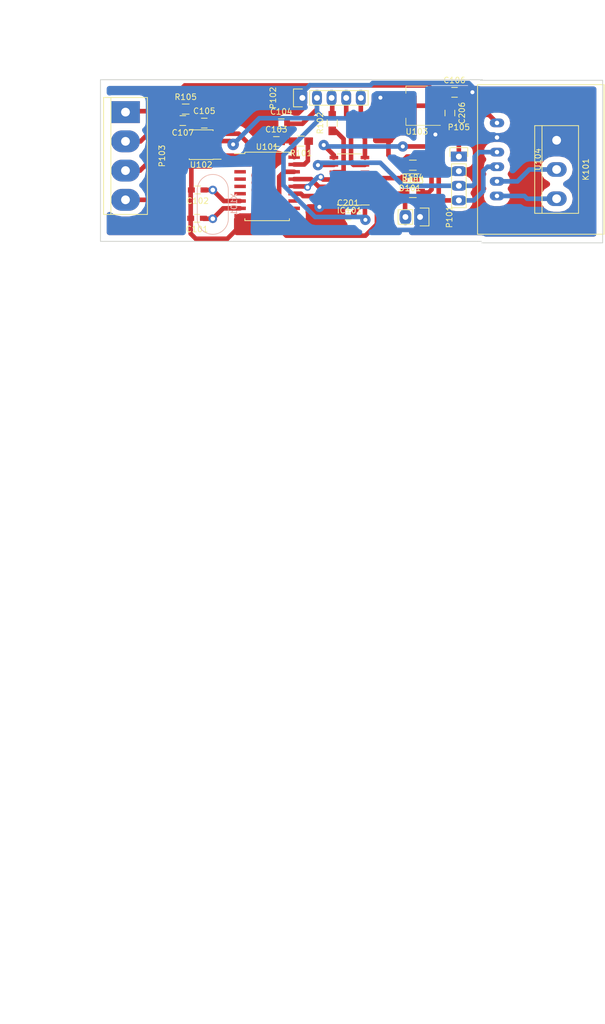
<source format=kicad_pcb>
(kicad_pcb (version 4) (host pcbnew 4.0.6)

  (general
    (links 65)
    (no_connects 0)
    (area 84.68345 95.464 194.015001 272.896001)
    (thickness 1.6)
    (drawings 12)
    (tracks 268)
    (zones 0)
    (modules 26)
    (nets 27)
  )

  (page A4)
  (layers
    (0 F.Cu signal)
    (31 B.Cu signal)
    (32 B.Adhes user)
    (33 F.Adhes user)
    (34 B.Paste user)
    (35 F.Paste user)
    (36 B.SilkS user)
    (37 F.SilkS user)
    (38 B.Mask user)
    (39 F.Mask user)
    (40 Dwgs.User user)
    (41 Cmts.User user)
    (42 Eco1.User user)
    (43 Eco2.User user)
    (44 Edge.Cuts user)
    (45 Margin user)
    (46 B.CrtYd user)
    (47 F.CrtYd user)
    (48 B.Fab user)
    (49 F.Fab user)
  )

  (setup
    (last_trace_width 0.8)
    (trace_clearance 0.4)
    (zone_clearance 1)
    (zone_45_only yes)
    (trace_min 0.2)
    (segment_width 0.2)
    (edge_width 0.15)
    (via_size 1.8)
    (via_drill 0.7)
    (via_min_size 0.4)
    (via_min_drill 0.3)
    (uvia_size 0.3)
    (uvia_drill 0.1)
    (uvias_allowed no)
    (uvia_min_size 0.2)
    (uvia_min_drill 0.1)
    (pcb_text_width 0.3)
    (pcb_text_size 1.5 1.5)
    (mod_edge_width 0.15)
    (mod_text_size 1 1)
    (mod_text_width 0.15)
    (pad_size 3.81 5)
    (pad_drill 1.524)
    (pad_to_mask_clearance 0.2)
    (aux_axis_origin 105.31 137.464)
    (grid_origin 97.79 42.164)
    (visible_elements FFFFFF7F)
    (pcbplotparams
      (layerselection 0x00000_80000001)
      (usegerberextensions false)
      (excludeedgelayer true)
      (linewidth 0.100000)
      (plotframeref false)
      (viasonmask false)
      (mode 1)
      (useauxorigin true)
      (hpglpennumber 1)
      (hpglpenspeed 20)
      (hpglpendiameter 15)
      (hpglpenoverlay 2)
      (psnegative false)
      (psa4output false)
      (plotreference true)
      (plotvalue true)
      (plotinvisibletext false)
      (padsonsilk false)
      (subtractmaskfromsilk false)
      (outputformat 1)
      (mirror false)
      (drillshape 0)
      (scaleselection 1)
      (outputdirectory ""))
  )

  (net 0 "")
  (net 1 SCK)
  (net 2 MISO)
  (net 3 CANCS)
  (net 4 GND)
  (net 5 MOSI)
  (net 6 "Net-(C101-Pad1)")
  (net 7 "Net-(C102-Pad1)")
  (net 8 "Net-(R101-Pad1)")
  (net 9 "Net-(U101-Pad1)")
  (net 10 "Net-(U101-Pad2)")
  (net 11 5V)
  (net 12 12v)
  (net 13 "Net-(P102-Pad3)")
  (net 14 RX)
  (net 15 TX)
  (net 16 SDA)
  (net 17 SCL)
  (net 18 UDPI)
  (net 19 CANL)
  (net 20 CANH)
  (net 21 LED)
  (net 22 "Net-(D101-Pad1)")
  (net 23 TEMP1)
  (net 24 IN-)
  (net 25 IN+)
  (net 26 CANGND)

  (net_class Default "This is the default net class."
    (clearance 0.4)
    (trace_width 0.8)
    (via_dia 1.8)
    (via_drill 0.7)
    (uvia_dia 0.3)
    (uvia_drill 0.1)
    (add_net 12v)
    (add_net 5V)
    (add_net CANCS)
    (add_net CANGND)
    (add_net CANH)
    (add_net CANL)
    (add_net GND)
    (add_net IN+)
    (add_net IN-)
    (add_net LED)
    (add_net MISO)
    (add_net MOSI)
    (add_net "Net-(C101-Pad1)")
    (add_net "Net-(C102-Pad1)")
    (add_net "Net-(D101-Pad1)")
    (add_net "Net-(P102-Pad3)")
    (add_net "Net-(R101-Pad1)")
    (add_net "Net-(U101-Pad1)")
    (add_net "Net-(U101-Pad2)")
    (add_net RX)
    (add_net SCK)
    (add_net SCL)
    (add_net SDA)
    (add_net TEMP1)
    (add_net TX)
    (add_net UDPI)
  )

  (module Resistors_SMD:R_0603_HandSoldering (layer F.Cu) (tedit 58307AEF) (tstamp 6168721D)
    (at 122.76 132.894 180)
    (descr "Resistor SMD 0603, hand soldering")
    (tags "resistor 0603")
    (path /61689DAF)
    (attr smd)
    (fp_text reference C101 (at 0 -1.9 180) (layer F.SilkS)
      (effects (font (size 1 1) (thickness 0.15)))
    )
    (fp_text value 22pF (at 0 1.9 180) (layer F.Fab)
      (effects (font (size 1 1) (thickness 0.15)))
    )
    (fp_line (start -0.8 0.4) (end -0.8 -0.4) (layer F.Fab) (width 0.1))
    (fp_line (start 0.8 0.4) (end -0.8 0.4) (layer F.Fab) (width 0.1))
    (fp_line (start 0.8 -0.4) (end 0.8 0.4) (layer F.Fab) (width 0.1))
    (fp_line (start -0.8 -0.4) (end 0.8 -0.4) (layer F.Fab) (width 0.1))
    (fp_line (start -2 -0.8) (end 2 -0.8) (layer F.CrtYd) (width 0.05))
    (fp_line (start -2 0.8) (end 2 0.8) (layer F.CrtYd) (width 0.05))
    (fp_line (start -2 -0.8) (end -2 0.8) (layer F.CrtYd) (width 0.05))
    (fp_line (start 2 -0.8) (end 2 0.8) (layer F.CrtYd) (width 0.05))
    (fp_line (start 0.5 0.675) (end -0.5 0.675) (layer F.SilkS) (width 0.15))
    (fp_line (start -0.5 -0.675) (end 0.5 -0.675) (layer F.SilkS) (width 0.15))
    (pad 1 smd rect (at -1.1 0 180) (size 1.2 0.9) (layers F.Cu F.Paste F.Mask)
      (net 6 "Net-(C101-Pad1)"))
    (pad 2 smd rect (at 1.1 0 180) (size 1.2 0.9) (layers F.Cu F.Paste F.Mask)
      (net 4 GND))
    (model Resistors_SMD.3dshapes/R_0603_HandSoldering.wrl
      (at (xyz 0 0 0))
      (scale (xyz 1 1 1))
      (rotate (xyz 0 0 0))
    )
  )

  (module Resistors_SMD:R_0603_HandSoldering (layer F.Cu) (tedit 58307AEF) (tstamp 61687223)
    (at 122.87 127.974 180)
    (descr "Resistor SMD 0603, hand soldering")
    (tags "resistor 0603")
    (path /616898F7)
    (attr smd)
    (fp_text reference C102 (at 0 -1.9 180) (layer F.SilkS)
      (effects (font (size 1 1) (thickness 0.15)))
    )
    (fp_text value 22pF (at 0 1.9 180) (layer F.Fab)
      (effects (font (size 1 1) (thickness 0.15)))
    )
    (fp_line (start -0.8 0.4) (end -0.8 -0.4) (layer F.Fab) (width 0.1))
    (fp_line (start 0.8 0.4) (end -0.8 0.4) (layer F.Fab) (width 0.1))
    (fp_line (start 0.8 -0.4) (end 0.8 0.4) (layer F.Fab) (width 0.1))
    (fp_line (start -0.8 -0.4) (end 0.8 -0.4) (layer F.Fab) (width 0.1))
    (fp_line (start -2 -0.8) (end 2 -0.8) (layer F.CrtYd) (width 0.05))
    (fp_line (start -2 0.8) (end 2 0.8) (layer F.CrtYd) (width 0.05))
    (fp_line (start -2 -0.8) (end -2 0.8) (layer F.CrtYd) (width 0.05))
    (fp_line (start 2 -0.8) (end 2 0.8) (layer F.CrtYd) (width 0.05))
    (fp_line (start 0.5 0.675) (end -0.5 0.675) (layer F.SilkS) (width 0.15))
    (fp_line (start -0.5 -0.675) (end 0.5 -0.675) (layer F.SilkS) (width 0.15))
    (pad 1 smd rect (at -1.1 0 180) (size 1.2 0.9) (layers F.Cu F.Paste F.Mask)
      (net 7 "Net-(C102-Pad1)"))
    (pad 2 smd rect (at 1.1 0 180) (size 1.2 0.9) (layers F.Cu F.Paste F.Mask)
      (net 4 GND))
    (model Resistors_SMD.3dshapes/R_0603_HandSoldering.wrl
      (at (xyz 0 0 0))
      (scale (xyz 1 1 1))
      (rotate (xyz 0 0 0))
    )
  )

  (module Resistors_SMD:R_0805_HandSoldering (layer F.Cu) (tedit 58307B90) (tstamp 6168723B)
    (at 140.82 119.484 180)
    (descr "Resistor SMD 0805, hand soldering")
    (tags "resistor 0805")
    (path /6168BE61)
    (attr smd)
    (fp_text reference R101 (at 0 -2.1 180) (layer F.SilkS)
      (effects (font (size 1 1) (thickness 0.15)))
    )
    (fp_text value 10K (at 0 2.1 180) (layer F.Fab)
      (effects (font (size 1 1) (thickness 0.15)))
    )
    (fp_line (start -1 0.625) (end -1 -0.625) (layer F.Fab) (width 0.1))
    (fp_line (start 1 0.625) (end -1 0.625) (layer F.Fab) (width 0.1))
    (fp_line (start 1 -0.625) (end 1 0.625) (layer F.Fab) (width 0.1))
    (fp_line (start -1 -0.625) (end 1 -0.625) (layer F.Fab) (width 0.1))
    (fp_line (start -2.4 -1) (end 2.4 -1) (layer F.CrtYd) (width 0.05))
    (fp_line (start -2.4 1) (end 2.4 1) (layer F.CrtYd) (width 0.05))
    (fp_line (start -2.4 -1) (end -2.4 1) (layer F.CrtYd) (width 0.05))
    (fp_line (start 2.4 -1) (end 2.4 1) (layer F.CrtYd) (width 0.05))
    (fp_line (start 0.6 0.875) (end -0.6 0.875) (layer F.SilkS) (width 0.15))
    (fp_line (start -0.6 -0.875) (end 0.6 -0.875) (layer F.SilkS) (width 0.15))
    (pad 1 smd rect (at -1.35 0 180) (size 1.5 1.3) (layers F.Cu F.Paste F.Mask)
      (net 8 "Net-(R101-Pad1)"))
    (pad 2 smd rect (at 1.35 0 180) (size 1.5 1.3) (layers F.Cu F.Paste F.Mask)
      (net 11 5V))
    (model Resistors_SMD.3dshapes/R_0805_HandSoldering.wrl
      (at (xyz 0 0 0))
      (scale (xyz 1 1 1))
      (rotate (xyz 0 0 0))
    )
  )

  (module Housings_SOIC:SOIC-18W_7.5x11.6mm_Pitch1.27mm (layer F.Cu) (tedit 5750353E) (tstamp 61687251)
    (at 134.95 127.354)
    (descr "18-Lead Plastic Small Outline (SO) - Wide, 7.50 mm Body [SOIC] (see Microchip Packaging Specification 00000049BS.pdf)")
    (tags "SOIC 1.27")
    (path /61686923)
    (attr smd)
    (fp_text reference U101 (at 0 -6.875) (layer F.SilkS)
      (effects (font (size 1 1) (thickness 0.15)))
    )
    (fp_text value MCP2515 (at 0 6.875) (layer F.Fab)
      (effects (font (size 1 1) (thickness 0.15)))
    )
    (fp_line (start -2.75 -5.8) (end 3.75 -5.8) (layer F.Fab) (width 0.15))
    (fp_line (start 3.75 -5.8) (end 3.75 5.8) (layer F.Fab) (width 0.15))
    (fp_line (start 3.75 5.8) (end -3.75 5.8) (layer F.Fab) (width 0.15))
    (fp_line (start -3.75 5.8) (end -3.75 -4.8) (layer F.Fab) (width 0.15))
    (fp_line (start -3.75 -4.8) (end -2.75 -5.8) (layer F.Fab) (width 0.15))
    (fp_line (start -5.95 -6.15) (end -5.95 6.15) (layer F.CrtYd) (width 0.05))
    (fp_line (start 5.95 -6.15) (end 5.95 6.15) (layer F.CrtYd) (width 0.05))
    (fp_line (start -5.95 -6.15) (end 5.95 -6.15) (layer F.CrtYd) (width 0.05))
    (fp_line (start -5.95 6.15) (end 5.95 6.15) (layer F.CrtYd) (width 0.05))
    (fp_line (start -3.875 -5.95) (end -3.875 -5.7) (layer F.SilkS) (width 0.15))
    (fp_line (start 3.875 -5.95) (end 3.875 -5.605) (layer F.SilkS) (width 0.15))
    (fp_line (start 3.875 5.95) (end 3.875 5.605) (layer F.SilkS) (width 0.15))
    (fp_line (start -3.875 5.95) (end -3.875 5.605) (layer F.SilkS) (width 0.15))
    (fp_line (start -3.875 -5.95) (end 3.875 -5.95) (layer F.SilkS) (width 0.15))
    (fp_line (start -3.875 5.95) (end 3.875 5.95) (layer F.SilkS) (width 0.15))
    (fp_line (start -3.875 -5.7) (end -5.7 -5.7) (layer F.SilkS) (width 0.15))
    (pad 1 smd rect (at -4.7 -5.08) (size 2 0.6) (layers F.Cu F.Paste F.Mask)
      (net 9 "Net-(U101-Pad1)"))
    (pad 2 smd rect (at -4.7 -3.81) (size 2 0.6) (layers F.Cu F.Paste F.Mask)
      (net 10 "Net-(U101-Pad2)"))
    (pad 3 smd rect (at -4.7 -2.54) (size 2 0.6) (layers F.Cu F.Paste F.Mask))
    (pad 4 smd rect (at -4.7 -1.27) (size 2 0.6) (layers F.Cu F.Paste F.Mask))
    (pad 5 smd rect (at -4.7 0) (size 2 0.6) (layers F.Cu F.Paste F.Mask))
    (pad 6 smd rect (at -4.7 1.27) (size 2 0.6) (layers F.Cu F.Paste F.Mask))
    (pad 7 smd rect (at -4.7 2.54) (size 2 0.6) (layers F.Cu F.Paste F.Mask)
      (net 7 "Net-(C102-Pad1)"))
    (pad 8 smd rect (at -4.7 3.81) (size 2 0.6) (layers F.Cu F.Paste F.Mask)
      (net 6 "Net-(C101-Pad1)"))
    (pad 9 smd rect (at -4.7 5.08) (size 2 0.6) (layers F.Cu F.Paste F.Mask)
      (net 4 GND))
    (pad 10 smd rect (at 4.7 5.08) (size 2 0.6) (layers F.Cu F.Paste F.Mask))
    (pad 11 smd rect (at 4.7 3.81) (size 2 0.6) (layers F.Cu F.Paste F.Mask))
    (pad 12 smd rect (at 4.7 2.54) (size 2 0.6) (layers F.Cu F.Paste F.Mask))
    (pad 13 smd rect (at 4.7 1.27) (size 2 0.6) (layers F.Cu F.Paste F.Mask)
      (net 1 SCK))
    (pad 14 smd rect (at 4.7 0) (size 2 0.6) (layers F.Cu F.Paste F.Mask)
      (net 5 MOSI))
    (pad 15 smd rect (at 4.7 -1.27) (size 2 0.6) (layers F.Cu F.Paste F.Mask)
      (net 2 MISO))
    (pad 16 smd rect (at 4.7 -2.54) (size 2 0.6) (layers F.Cu F.Paste F.Mask)
      (net 3 CANCS))
    (pad 17 smd rect (at 4.7 -3.81) (size 2 0.6) (layers F.Cu F.Paste F.Mask)
      (net 8 "Net-(R101-Pad1)"))
    (pad 18 smd rect (at 4.7 -5.08) (size 2 0.6) (layers F.Cu F.Paste F.Mask)
      (net 11 5V))
    (model Housings_SOIC.3dshapes/SOIC-18_7.5x11.6mm_Pitch1.27mm.wrl
      (at (xyz 0 0 0))
      (scale (xyz 1 1 1))
      (rotate (xyz 0 0 0))
    )
  )

  (module Housings_SOIC:SOIC-8_3.9x4.9mm_Pitch1.27mm (layer F.Cu) (tedit 54130A77) (tstamp 6168725D)
    (at 123.48 120.104 180)
    (descr "8-Lead Plastic Small Outline (SN) - Narrow, 3.90 mm Body [SOIC] (see Microchip Packaging Specification 00000049BS.pdf)")
    (tags "SOIC 1.27")
    (path /62C1D654)
    (attr smd)
    (fp_text reference U102 (at 0 -3.5 180) (layer F.SilkS)
      (effects (font (size 1 1) (thickness 0.15)))
    )
    (fp_text value TJA1050 (at 0 3.5 180) (layer F.Fab)
      (effects (font (size 1 1) (thickness 0.15)))
    )
    (fp_line (start -0.95 -2.45) (end 1.95 -2.45) (layer F.Fab) (width 0.15))
    (fp_line (start 1.95 -2.45) (end 1.95 2.45) (layer F.Fab) (width 0.15))
    (fp_line (start 1.95 2.45) (end -1.95 2.45) (layer F.Fab) (width 0.15))
    (fp_line (start -1.95 2.45) (end -1.95 -1.45) (layer F.Fab) (width 0.15))
    (fp_line (start -1.95 -1.45) (end -0.95 -2.45) (layer F.Fab) (width 0.15))
    (fp_line (start -3.75 -2.75) (end -3.75 2.75) (layer F.CrtYd) (width 0.05))
    (fp_line (start 3.75 -2.75) (end 3.75 2.75) (layer F.CrtYd) (width 0.05))
    (fp_line (start -3.75 -2.75) (end 3.75 -2.75) (layer F.CrtYd) (width 0.05))
    (fp_line (start -3.75 2.75) (end 3.75 2.75) (layer F.CrtYd) (width 0.05))
    (fp_line (start -2.075 -2.575) (end -2.075 -2.525) (layer F.SilkS) (width 0.15))
    (fp_line (start 2.075 -2.575) (end 2.075 -2.43) (layer F.SilkS) (width 0.15))
    (fp_line (start 2.075 2.575) (end 2.075 2.43) (layer F.SilkS) (width 0.15))
    (fp_line (start -2.075 2.575) (end -2.075 2.43) (layer F.SilkS) (width 0.15))
    (fp_line (start -2.075 -2.575) (end 2.075 -2.575) (layer F.SilkS) (width 0.15))
    (fp_line (start -2.075 2.575) (end 2.075 2.575) (layer F.SilkS) (width 0.15))
    (fp_line (start -2.075 -2.525) (end -3.475 -2.525) (layer F.SilkS) (width 0.15))
    (pad 1 smd rect (at -2.7 -1.905 180) (size 1.55 0.6) (layers F.Cu F.Paste F.Mask)
      (net 9 "Net-(U101-Pad1)"))
    (pad 2 smd rect (at -2.7 -0.635 180) (size 1.55 0.6) (layers F.Cu F.Paste F.Mask)
      (net 4 GND))
    (pad 3 smd rect (at -2.7 0.635 180) (size 1.55 0.6) (layers F.Cu F.Paste F.Mask)
      (net 11 5V))
    (pad 4 smd rect (at -2.7 1.905 180) (size 1.55 0.6) (layers F.Cu F.Paste F.Mask)
      (net 10 "Net-(U101-Pad2)"))
    (pad 5 smd rect (at 2.7 1.905 180) (size 1.55 0.6) (layers F.Cu F.Paste F.Mask))
    (pad 6 smd rect (at 2.7 0.635 180) (size 1.55 0.6) (layers F.Cu F.Paste F.Mask)
      (net 19 CANL))
    (pad 7 smd rect (at 2.7 -0.635 180) (size 1.55 0.6) (layers F.Cu F.Paste F.Mask)
      (net 20 CANH))
    (pad 8 smd rect (at 2.7 -1.905 180) (size 1.55 0.6) (layers F.Cu F.Paste F.Mask)
      (net 4 GND))
    (model Housings_SOIC.3dshapes/SOIC-8_3.9x4.9mm_Pitch1.27mm.wrl
      (at (xyz 0 0 0))
      (scale (xyz 1 1 1))
      (rotate (xyz 0 0 0))
    )
  )

  (module Crystals:Resonator-2pin_w10.0mm_h5.0mm (layer B.Cu) (tedit 58778156) (tstamp 616872F7)
    (at 125.5 132.974 90)
    (descr "Ceramic Resomator/Filter 10.0x5.0 RedFrequency MG/MT/MX series, http://www.red-frequency.com/download/datenblatt/redfrequency-datenblatt-ir-zta.pdf, length*width=10.0x5.0mm^2 package, package length=10.0mm, package width=5.0mm, 2 pins")
    (tags "THT ceramic resonator filter")
    (path /616893E5)
    (fp_text reference X101 (at 2.5 3.7 90) (layer B.SilkS)
      (effects (font (size 1 1) (thickness 0.15)) (justify mirror))
    )
    (fp_text value 8MHz (at 2.5 -3.7 90) (layer B.Fab)
      (effects (font (size 1 1) (thickness 0.15)) (justify mirror))
    )
    (fp_arc (start 0 0) (end 0 2.5) (angle 180) (layer B.Fab) (width 0.1))
    (fp_arc (start 5 0) (end 5 2.5) (angle -180) (layer B.Fab) (width 0.1))
    (fp_arc (start 0 0) (end 0 2.5) (angle 180) (layer B.Fab) (width 0.1))
    (fp_arc (start 5 0) (end 5 2.5) (angle -180) (layer B.Fab) (width 0.1))
    (fp_arc (start 0 0) (end 0 2.7) (angle 180) (layer B.SilkS) (width 0.12))
    (fp_arc (start 5 0) (end 5 2.7) (angle -180) (layer B.SilkS) (width 0.12))
    (fp_line (start 0 2.5) (end 5 2.5) (layer B.Fab) (width 0.1))
    (fp_line (start 0 -2.5) (end 5 -2.5) (layer B.Fab) (width 0.1))
    (fp_line (start 0 2.5) (end 5 2.5) (layer B.Fab) (width 0.1))
    (fp_line (start 0 -2.5) (end 5 -2.5) (layer B.Fab) (width 0.1))
    (fp_line (start 0 2.7) (end 5 2.7) (layer B.SilkS) (width 0.12))
    (fp_line (start 0 -2.7) (end 5 -2.7) (layer B.SilkS) (width 0.12))
    (fp_line (start -3 3) (end -3 -3) (layer B.CrtYd) (width 0.05))
    (fp_line (start -3 -3) (end 8 -3) (layer B.CrtYd) (width 0.05))
    (fp_line (start 8 -3) (end 8 3) (layer B.CrtYd) (width 0.05))
    (fp_line (start 8 3) (end -3 3) (layer B.CrtYd) (width 0.05))
    (pad 1 thru_hole circle (at 0 0 90) (size 1.5 1.5) (drill 0.8) (layers *.Cu *.Mask)
      (net 6 "Net-(C101-Pad1)"))
    (pad 2 thru_hole circle (at 5 0 90) (size 1.5 1.5) (drill 0.8) (layers *.Cu *.Mask)
      (net 7 "Net-(C102-Pad1)"))
    (model Crystals.3dshapes/Resonator-2pin_w10.0mm_h5.0mm.wrl
      (at (xyz 0 0 0))
      (scale (xyz 0.393701 0.393701 0.393701))
      (rotate (xyz 0 0 0))
    )
  )

  (module Capacitors_SMD:C_0805 (layer F.Cu) (tedit 5415D6EA) (tstamp 62C1AD92)
    (at 136.55 119.554)
    (descr "Capacitor SMD 0805, reflow soldering, AVX (see smccp.pdf)")
    (tags "capacitor 0805")
    (path /6168CA4E)
    (attr smd)
    (fp_text reference C103 (at 0 -2.1) (layer F.SilkS)
      (effects (font (size 1 1) (thickness 0.15)))
    )
    (fp_text value 10uF (at 0 2.1) (layer F.Fab)
      (effects (font (size 1 1) (thickness 0.15)))
    )
    (fp_line (start -1 0.625) (end -1 -0.625) (layer F.Fab) (width 0.15))
    (fp_line (start 1 0.625) (end -1 0.625) (layer F.Fab) (width 0.15))
    (fp_line (start 1 -0.625) (end 1 0.625) (layer F.Fab) (width 0.15))
    (fp_line (start -1 -0.625) (end 1 -0.625) (layer F.Fab) (width 0.15))
    (fp_line (start -1.8 -1) (end 1.8 -1) (layer F.CrtYd) (width 0.05))
    (fp_line (start -1.8 1) (end 1.8 1) (layer F.CrtYd) (width 0.05))
    (fp_line (start -1.8 -1) (end -1.8 1) (layer F.CrtYd) (width 0.05))
    (fp_line (start 1.8 -1) (end 1.8 1) (layer F.CrtYd) (width 0.05))
    (fp_line (start 0.5 -0.85) (end -0.5 -0.85) (layer F.SilkS) (width 0.15))
    (fp_line (start -0.5 0.85) (end 0.5 0.85) (layer F.SilkS) (width 0.15))
    (pad 1 smd rect (at -1 0) (size 1 1.25) (layers F.Cu F.Paste F.Mask)
      (net 4 GND))
    (pad 2 smd rect (at 1 0) (size 1 1.25) (layers F.Cu F.Paste F.Mask)
      (net 11 5V))
    (model Capacitors_SMD.3dshapes/C_0805.wrl
      (at (xyz 0 0 0))
      (scale (xyz 1 1 1))
      (rotate (xyz 0 0 0))
    )
  )

  (module Capacitors_SMD:C_0805 (layer F.Cu) (tedit 5415D6EA) (tstamp 62C1AD97)
    (at 137.41 116.464)
    (descr "Capacitor SMD 0805, reflow soldering, AVX (see smccp.pdf)")
    (tags "capacitor 0805")
    (path /6168C998)
    (attr smd)
    (fp_text reference C104 (at 0 -2.1) (layer F.SilkS)
      (effects (font (size 1 1) (thickness 0.15)))
    )
    (fp_text value 100nF (at 0 2.1) (layer F.Fab)
      (effects (font (size 1 1) (thickness 0.15)))
    )
    (fp_line (start -1 0.625) (end -1 -0.625) (layer F.Fab) (width 0.15))
    (fp_line (start 1 0.625) (end -1 0.625) (layer F.Fab) (width 0.15))
    (fp_line (start 1 -0.625) (end 1 0.625) (layer F.Fab) (width 0.15))
    (fp_line (start -1 -0.625) (end 1 -0.625) (layer F.Fab) (width 0.15))
    (fp_line (start -1.8 -1) (end 1.8 -1) (layer F.CrtYd) (width 0.05))
    (fp_line (start -1.8 1) (end 1.8 1) (layer F.CrtYd) (width 0.05))
    (fp_line (start -1.8 -1) (end -1.8 1) (layer F.CrtYd) (width 0.05))
    (fp_line (start 1.8 -1) (end 1.8 1) (layer F.CrtYd) (width 0.05))
    (fp_line (start 0.5 -0.85) (end -0.5 -0.85) (layer F.SilkS) (width 0.15))
    (fp_line (start -0.5 0.85) (end 0.5 0.85) (layer F.SilkS) (width 0.15))
    (pad 1 smd rect (at -1 0) (size 1 1.25) (layers F.Cu F.Paste F.Mask)
      (net 4 GND))
    (pad 2 smd rect (at 1 0) (size 1 1.25) (layers F.Cu F.Paste F.Mask)
      (net 11 5V))
    (model Capacitors_SMD.3dshapes/C_0805.wrl
      (at (xyz 0 0 0))
      (scale (xyz 1 1 1))
      (rotate (xyz 0 0 0))
    )
  )

  (module Capacitors_SMD:C_0805 (layer F.Cu) (tedit 5415D6EA) (tstamp 62C1AD9C)
    (at 124.02 116.354)
    (descr "Capacitor SMD 0805, reflow soldering, AVX (see smccp.pdf)")
    (tags "capacitor 0805")
    (path /6168C8B8)
    (attr smd)
    (fp_text reference C105 (at 0 -2.1) (layer F.SilkS)
      (effects (font (size 1 1) (thickness 0.15)))
    )
    (fp_text value 100nF (at 0 2.1) (layer F.Fab)
      (effects (font (size 1 1) (thickness 0.15)))
    )
    (fp_line (start -1 0.625) (end -1 -0.625) (layer F.Fab) (width 0.15))
    (fp_line (start 1 0.625) (end -1 0.625) (layer F.Fab) (width 0.15))
    (fp_line (start 1 -0.625) (end 1 0.625) (layer F.Fab) (width 0.15))
    (fp_line (start -1 -0.625) (end 1 -0.625) (layer F.Fab) (width 0.15))
    (fp_line (start -1.8 -1) (end 1.8 -1) (layer F.CrtYd) (width 0.05))
    (fp_line (start -1.8 1) (end 1.8 1) (layer F.CrtYd) (width 0.05))
    (fp_line (start -1.8 -1) (end -1.8 1) (layer F.CrtYd) (width 0.05))
    (fp_line (start 1.8 -1) (end 1.8 1) (layer F.CrtYd) (width 0.05))
    (fp_line (start 0.5 -0.85) (end -0.5 -0.85) (layer F.SilkS) (width 0.15))
    (fp_line (start -0.5 0.85) (end 0.5 0.85) (layer F.SilkS) (width 0.15))
    (pad 1 smd rect (at -1 0) (size 1 1.25) (layers F.Cu F.Paste F.Mask)
      (net 4 GND))
    (pad 2 smd rect (at 1 0) (size 1 1.25) (layers F.Cu F.Paste F.Mask)
      (net 11 5V))
    (model Capacitors_SMD.3dshapes/C_0805.wrl
      (at (xyz 0 0 0))
      (scale (xyz 1 1 1))
      (rotate (xyz 0 0 0))
    )
  )

  (module Capacitors_SMD:C_0805 (layer F.Cu) (tedit 5415D6EA) (tstamp 62C1ADA6)
    (at 167.54 111.004)
    (descr "Capacitor SMD 0805, reflow soldering, AVX (see smccp.pdf)")
    (tags "capacitor 0805")
    (path /62C20795)
    (attr smd)
    (fp_text reference C106 (at 0 -2.1) (layer F.SilkS)
      (effects (font (size 1 1) (thickness 0.15)))
    )
    (fp_text value 10uF (at 0 2.1) (layer F.Fab)
      (effects (font (size 1 1) (thickness 0.15)))
    )
    (fp_line (start -1 0.625) (end -1 -0.625) (layer F.Fab) (width 0.15))
    (fp_line (start 1 0.625) (end -1 0.625) (layer F.Fab) (width 0.15))
    (fp_line (start 1 -0.625) (end 1 0.625) (layer F.Fab) (width 0.15))
    (fp_line (start -1 -0.625) (end 1 -0.625) (layer F.Fab) (width 0.15))
    (fp_line (start -1.8 -1) (end 1.8 -1) (layer F.CrtYd) (width 0.05))
    (fp_line (start -1.8 1) (end 1.8 1) (layer F.CrtYd) (width 0.05))
    (fp_line (start -1.8 -1) (end -1.8 1) (layer F.CrtYd) (width 0.05))
    (fp_line (start 1.8 -1) (end 1.8 1) (layer F.CrtYd) (width 0.05))
    (fp_line (start 0.5 -0.85) (end -0.5 -0.85) (layer F.SilkS) (width 0.15))
    (fp_line (start -0.5 0.85) (end 0.5 0.85) (layer F.SilkS) (width 0.15))
    (pad 1 smd rect (at -1 0) (size 1 1.25) (layers F.Cu F.Paste F.Mask)
      (net 12 12v))
    (pad 2 smd rect (at 1 0) (size 1 1.25) (layers F.Cu F.Paste F.Mask)
      (net 4 GND))
    (model Capacitors_SMD.3dshapes/C_0805.wrl
      (at (xyz 0 0 0))
      (scale (xyz 1 1 1))
      (rotate (xyz 0 0 0))
    )
  )

  (module Capacitors_SMD:C_0805 (layer F.Cu) (tedit 5415D6EA) (tstamp 62C1ADAD)
    (at 149.03 132.324)
    (descr "Capacitor SMD 0805, reflow soldering, AVX (see smccp.pdf)")
    (tags "capacitor 0805")
    (path /616443DB)
    (attr smd)
    (fp_text reference C201 (at 0 -2.1) (layer F.SilkS)
      (effects (font (size 1 1) (thickness 0.15)))
    )
    (fp_text value 100nF (at 0 2.1) (layer F.Fab)
      (effects (font (size 1 1) (thickness 0.15)))
    )
    (fp_line (start -1 0.625) (end -1 -0.625) (layer F.Fab) (width 0.15))
    (fp_line (start 1 0.625) (end -1 0.625) (layer F.Fab) (width 0.15))
    (fp_line (start 1 -0.625) (end 1 0.625) (layer F.Fab) (width 0.15))
    (fp_line (start -1 -0.625) (end 1 -0.625) (layer F.Fab) (width 0.15))
    (fp_line (start -1.8 -1) (end 1.8 -1) (layer F.CrtYd) (width 0.05))
    (fp_line (start -1.8 1) (end 1.8 1) (layer F.CrtYd) (width 0.05))
    (fp_line (start -1.8 -1) (end -1.8 1) (layer F.CrtYd) (width 0.05))
    (fp_line (start 1.8 -1) (end 1.8 1) (layer F.CrtYd) (width 0.05))
    (fp_line (start 0.5 -0.85) (end -0.5 -0.85) (layer F.SilkS) (width 0.15))
    (fp_line (start -0.5 0.85) (end 0.5 0.85) (layer F.SilkS) (width 0.15))
    (pad 1 smd rect (at -1 0) (size 1 1.25) (layers F.Cu F.Paste F.Mask)
      (net 4 GND))
    (pad 2 smd rect (at 1 0) (size 1 1.25) (layers F.Cu F.Paste F.Mask)
      (net 11 5V))
    (model Capacitors_SMD.3dshapes/C_0805.wrl
      (at (xyz 0 0 0))
      (scale (xyz 1 1 1))
      (rotate (xyz 0 0 0))
    )
  )

  (module Capacitors_SMD:C_0805 (layer F.Cu) (tedit 5415D6EA) (tstamp 62C1ADB2)
    (at 166.73 114.604 270)
    (descr "Capacitor SMD 0805, reflow soldering, AVX (see smccp.pdf)")
    (tags "capacitor 0805")
    (path /61053BCD)
    (attr smd)
    (fp_text reference C206 (at 0 -2.1 270) (layer F.SilkS)
      (effects (font (size 1 1) (thickness 0.15)))
    )
    (fp_text value 10uF (at 0 2.1 270) (layer F.Fab)
      (effects (font (size 1 1) (thickness 0.15)))
    )
    (fp_line (start -1 0.625) (end -1 -0.625) (layer F.Fab) (width 0.15))
    (fp_line (start 1 0.625) (end -1 0.625) (layer F.Fab) (width 0.15))
    (fp_line (start 1 -0.625) (end 1 0.625) (layer F.Fab) (width 0.15))
    (fp_line (start -1 -0.625) (end 1 -0.625) (layer F.Fab) (width 0.15))
    (fp_line (start -1.8 -1) (end 1.8 -1) (layer F.CrtYd) (width 0.05))
    (fp_line (start -1.8 1) (end 1.8 1) (layer F.CrtYd) (width 0.05))
    (fp_line (start -1.8 -1) (end -1.8 1) (layer F.CrtYd) (width 0.05))
    (fp_line (start 1.8 -1) (end 1.8 1) (layer F.CrtYd) (width 0.05))
    (fp_line (start 0.5 -0.85) (end -0.5 -0.85) (layer F.SilkS) (width 0.15))
    (fp_line (start -0.5 0.85) (end 0.5 0.85) (layer F.SilkS) (width 0.15))
    (pad 1 smd rect (at -1 0 270) (size 1 1.25) (layers F.Cu F.Paste F.Mask)
      (net 11 5V))
    (pad 2 smd rect (at 1 0 270) (size 1 1.25) (layers F.Cu F.Paste F.Mask)
      (net 4 GND))
    (model Capacitors_SMD.3dshapes/C_0805.wrl
      (at (xyz 0 0 0))
      (scale (xyz 1 1 1))
      (rotate (xyz 0 0 0))
    )
  )

  (module Pin_Headers:Pin_Header_Straight_1x05 (layer F.Cu) (tedit 644D50DC) (tstamp 62C1ADBF)
    (at 141.08 111.974 90)
    (descr "Through hole pin header")
    (tags "pin header")
    (path /62C279DC)
    (fp_text reference P102 (at 0 -5.1 90) (layer F.SilkS)
      (effects (font (size 1 1) (thickness 0.15)))
    )
    (fp_text value Prog (at 0 -3.1 90) (layer F.Fab)
      (effects (font (size 1 1) (thickness 0.15)))
    )
    (fp_line (start -1.55 0) (end -1.55 -1.55) (layer F.SilkS) (width 0.15))
    (fp_line (start -1.55 -1.55) (end 1.55 -1.55) (layer F.SilkS) (width 0.15))
    (fp_line (start 1.55 -1.55) (end 1.55 0) (layer F.SilkS) (width 0.15))
    (fp_line (start -1.75 -1.75) (end -1.75 11.95) (layer F.CrtYd) (width 0.05))
    (fp_line (start 1.75 -1.75) (end 1.75 11.95) (layer F.CrtYd) (width 0.05))
    (fp_line (start -1.75 -1.75) (end 1.75 -1.75) (layer F.CrtYd) (width 0.05))
    (fp_line (start -1.75 11.95) (end 1.75 11.95) (layer F.CrtYd) (width 0.05))
    (fp_line (start 1.27 1.27) (end 1.27 11.43) (layer F.SilkS) (width 0.15))
    (fp_line (start 1.27 11.43) (end -1.27 11.43) (layer F.SilkS) (width 0.15))
    (fp_line (start -1.27 11.43) (end -1.27 1.27) (layer F.SilkS) (width 0.15))
    (fp_line (start 1.27 1.27) (end -1.27 1.27) (layer F.SilkS) (width 0.15))
    (pad 1 thru_hole rect (at 0 0 90) (size 2.032 1.7272) (drill 1.016) (layers *.Cu *.Mask)
      (net 4 GND))
    (pad 2 thru_hole oval (at 0 2.54 90) (size 2.8 1.7272) (drill 1.016) (layers *.Cu *.Mask)
      (net 11 5V))
    (pad 3 thru_hole oval (at 0 5.08 90) (size 2.8 1.7272) (drill 1.016) (layers *.Cu *.Mask)
      (net 13 "Net-(P102-Pad3)"))
    (pad 4 thru_hole oval (at 0 7.62 90) (size 2.8 1.7272) (drill 1.016) (layers *.Cu *.Mask)
      (net 14 RX))
    (pad 5 thru_hole oval (at 0 10.16 90) (size 2.8 1.7272) (drill 1.016) (layers *.Cu *.Mask)
      (net 15 TX))
    (model Pin_Headers.3dshapes/Pin_Header_Straight_1x05.wrl
      (at (xyz 0 -0.2 0))
      (scale (xyz 1 1 1))
      (rotate (xyz 0 0 90))
    )
  )

  (module Resistors_SMD:R_0805_HandSoldering (layer F.Cu) (tedit 58307B90) (tstamp 62C1ADD3)
    (at 146.27 116.354 90)
    (descr "Resistor SMD 0805, hand soldering")
    (tags "resistor 0805")
    (path /62C27FC6)
    (attr smd)
    (fp_text reference R102 (at 0 -2.1 90) (layer F.SilkS)
      (effects (font (size 1 1) (thickness 0.15)))
    )
    (fp_text value 270R (at 0 2.1 90) (layer F.Fab)
      (effects (font (size 1 1) (thickness 0.15)))
    )
    (fp_line (start -1 0.625) (end -1 -0.625) (layer F.Fab) (width 0.1))
    (fp_line (start 1 0.625) (end -1 0.625) (layer F.Fab) (width 0.1))
    (fp_line (start 1 -0.625) (end 1 0.625) (layer F.Fab) (width 0.1))
    (fp_line (start -1 -0.625) (end 1 -0.625) (layer F.Fab) (width 0.1))
    (fp_line (start -2.4 -1) (end 2.4 -1) (layer F.CrtYd) (width 0.05))
    (fp_line (start -2.4 1) (end 2.4 1) (layer F.CrtYd) (width 0.05))
    (fp_line (start -2.4 -1) (end -2.4 1) (layer F.CrtYd) (width 0.05))
    (fp_line (start 2.4 -1) (end 2.4 1) (layer F.CrtYd) (width 0.05))
    (fp_line (start 0.6 0.875) (end -0.6 0.875) (layer F.SilkS) (width 0.15))
    (fp_line (start -0.6 -0.875) (end 0.6 -0.875) (layer F.SilkS) (width 0.15))
    (pad 1 smd rect (at -1.35 0 90) (size 1.5 1.3) (layers F.Cu F.Paste F.Mask)
      (net 18 UDPI))
    (pad 2 smd rect (at 1.35 0 90) (size 1.5 1.3) (layers F.Cu F.Paste F.Mask)
      (net 13 "Net-(P102-Pad3)"))
    (model Resistors_SMD.3dshapes/R_0805_HandSoldering.wrl
      (at (xyz 0 0 0))
      (scale (xyz 1 1 1))
      (rotate (xyz 0 0 0))
    )
  )

  (module Housings_SOIC:SOIC-14_3.9x8.7mm_Pitch1.27mm (layer F.Cu) (tedit 574D9791) (tstamp 62C1B19B)
    (at 149.26 126.154 180)
    (descr "14-Lead Plastic Small Outline (SL) - Narrow, 3.90 mm Body [SOIC] (see Microchip Packaging Specification 00000049BS.pdf)")
    (tags "SOIC 1.27")
    (path /62C1D72E)
    (attr smd)
    (fp_text reference IC101 (at 0 -5.375 180) (layer F.SilkS)
      (effects (font (size 1 1) (thickness 0.15)))
    )
    (fp_text value ATTINY3224-SS (at 0 5.375 180) (layer F.Fab)
      (effects (font (size 1 1) (thickness 0.15)))
    )
    (fp_line (start -0.95 -4.35) (end 1.95 -4.35) (layer F.Fab) (width 0.15))
    (fp_line (start 1.95 -4.35) (end 1.95 4.35) (layer F.Fab) (width 0.15))
    (fp_line (start 1.95 4.35) (end -1.95 4.35) (layer F.Fab) (width 0.15))
    (fp_line (start -1.95 4.35) (end -1.95 -3.35) (layer F.Fab) (width 0.15))
    (fp_line (start -1.95 -3.35) (end -0.95 -4.35) (layer F.Fab) (width 0.15))
    (fp_line (start -3.7 -4.65) (end -3.7 4.65) (layer F.CrtYd) (width 0.05))
    (fp_line (start 3.7 -4.65) (end 3.7 4.65) (layer F.CrtYd) (width 0.05))
    (fp_line (start -3.7 -4.65) (end 3.7 -4.65) (layer F.CrtYd) (width 0.05))
    (fp_line (start -3.7 4.65) (end 3.7 4.65) (layer F.CrtYd) (width 0.05))
    (fp_line (start -2.075 -4.45) (end -2.075 -4.425) (layer F.SilkS) (width 0.15))
    (fp_line (start 2.075 -4.45) (end 2.075 -4.335) (layer F.SilkS) (width 0.15))
    (fp_line (start 2.075 4.45) (end 2.075 4.335) (layer F.SilkS) (width 0.15))
    (fp_line (start -2.075 4.45) (end -2.075 4.335) (layer F.SilkS) (width 0.15))
    (fp_line (start -2.075 -4.45) (end 2.075 -4.45) (layer F.SilkS) (width 0.15))
    (fp_line (start -2.075 4.45) (end 2.075 4.45) (layer F.SilkS) (width 0.15))
    (fp_line (start -2.075 -4.425) (end -3.45 -4.425) (layer F.SilkS) (width 0.15))
    (pad 1 smd rect (at -2.7 -3.81 180) (size 1.5 0.6) (layers F.Cu F.Paste F.Mask)
      (net 11 5V))
    (pad 2 smd rect (at -2.7 -2.54 180) (size 1.5 0.6) (layers F.Cu F.Paste F.Mask)
      (net 3 CANCS))
    (pad 3 smd rect (at -2.7 -1.27 180) (size 1.5 0.6) (layers F.Cu F.Paste F.Mask)
      (net 23 TEMP1))
    (pad 4 smd rect (at -2.7 0 180) (size 1.5 0.6) (layers F.Cu F.Paste F.Mask)
      (net 21 LED))
    (pad 5 smd rect (at -2.7 1.27 180) (size 1.5 0.6) (layers F.Cu F.Paste F.Mask))
    (pad 6 smd rect (at -2.7 2.54 180) (size 1.5 0.6) (layers F.Cu F.Paste F.Mask)
      (net 14 RX))
    (pad 7 smd rect (at -2.7 3.81 180) (size 1.5 0.6) (layers F.Cu F.Paste F.Mask)
      (net 15 TX))
    (pad 8 smd rect (at 2.7 3.81 180) (size 1.5 0.6) (layers F.Cu F.Paste F.Mask)
      (net 16 SDA))
    (pad 9 smd rect (at 2.7 2.54 180) (size 1.5 0.6) (layers F.Cu F.Paste F.Mask)
      (net 17 SCL))
    (pad 10 smd rect (at 2.7 1.27 180) (size 1.5 0.6) (layers F.Cu F.Paste F.Mask)
      (net 18 UDPI))
    (pad 11 smd rect (at 2.7 0 180) (size 1.5 0.6) (layers F.Cu F.Paste F.Mask)
      (net 5 MOSI))
    (pad 12 smd rect (at 2.7 -1.27 180) (size 1.5 0.6) (layers F.Cu F.Paste F.Mask)
      (net 2 MISO))
    (pad 13 smd rect (at 2.7 -2.54 180) (size 1.5 0.6) (layers F.Cu F.Paste F.Mask)
      (net 1 SCK))
    (pad 14 smd rect (at 2.7 -3.81 180) (size 1.5 0.6) (layers F.Cu F.Paste F.Mask)
      (net 4 GND))
    (model Housings_SOIC.3dshapes/SOIC-14_3.9x8.7mm_Pitch1.27mm.wrl
      (at (xyz 0 0 0))
      (scale (xyz 1 1 1))
      (rotate (xyz 0 0 0))
    )
  )

  (module Connect:bornier4 (layer F.Cu) (tedit 644D5234) (tstamp 62C1B1A3)
    (at 110.32 122.064 270)
    (descr "Bornier d'alimentation 4 pins")
    (tags DEV)
    (path /62C24D79)
    (fp_text reference P103 (at 0 -6.35 270) (layer F.SilkS)
      (effects (font (size 1 1) (thickness 0.15)))
    )
    (fp_text value CAN (at 0 5.08 270) (layer F.Fab)
      (effects (font (size 1 1) (thickness 0.15)))
    )
    (fp_line (start -10.16 -3.81) (end -10.16 3.81) (layer F.SilkS) (width 0.15))
    (fp_line (start 10.16 3.81) (end 10.16 -3.81) (layer F.SilkS) (width 0.15))
    (fp_line (start 10.16 2.54) (end -10.16 2.54) (layer F.SilkS) (width 0.15))
    (fp_line (start -10.16 -3.81) (end 10.16 -3.81) (layer F.SilkS) (width 0.15))
    (fp_line (start -10.16 3.81) (end 10.16 3.81) (layer F.SilkS) (width 0.15))
    (pad 2 thru_hole oval (at -2.54 0 270) (size 3.81 5) (drill 1.524) (layers *.Cu *.Mask)
      (net 26 CANGND))
    (pad 3 thru_hole oval (at 2.54 0 270) (size 3.81 5) (drill 1.524) (layers *.Cu *.Mask)
      (net 19 CANL))
    (pad 1 thru_hole rect (at -7.62 0 270) (size 3.81 5) (drill 1.524) (layers *.Cu *.Mask)
      (net 12 12v))
    (pad 4 thru_hole oval (at 7.62 0 270) (size 3.81 5) (drill 1.524) (layers *.Cu *.Mask)
      (net 20 CANH))
    (model Connect.3dshapes/bornier4.wrl
      (at (xyz 0 0 0))
      (scale (xyz 1 1 1))
      (rotate (xyz 0 0 0))
    )
  )

  (module TO_SOT_Packages_SMD:SOT-223-3Lead_TabPin2 (layer F.Cu) (tedit 5891A32E) (tstamp 62C1B4D8)
    (at 160.99 113.334 180)
    (descr "module CMS SOT223 4 pins")
    (tags "CMS SOT")
    (path /62C2068C)
    (attr smd)
    (fp_text reference U103 (at 0 -4.5 180) (layer F.SilkS)
      (effects (font (size 1 1) (thickness 0.15)))
    )
    (fp_text value NCP1117ST50T3G (at 0 4.5 180) (layer F.Fab)
      (effects (font (size 1 1) (thickness 0.15)))
    )
    (fp_line (start 1.91 3.41) (end 1.91 2.15) (layer F.SilkS) (width 0.12))
    (fp_line (start 1.91 -3.41) (end 1.91 -2.15) (layer F.SilkS) (width 0.12))
    (fp_line (start 4.4 -3.6) (end -4.4 -3.6) (layer F.CrtYd) (width 0.05))
    (fp_line (start 4.4 3.6) (end 4.4 -3.6) (layer F.CrtYd) (width 0.05))
    (fp_line (start -4.4 3.6) (end 4.4 3.6) (layer F.CrtYd) (width 0.05))
    (fp_line (start -4.4 -3.6) (end -4.4 3.6) (layer F.CrtYd) (width 0.05))
    (fp_line (start -1.85 -2.35) (end -0.85 -3.35) (layer F.Fab) (width 0.1))
    (fp_line (start -1.85 -2.35) (end -1.85 3.35) (layer F.Fab) (width 0.1))
    (fp_line (start -1.85 3.41) (end 1.91 3.41) (layer F.SilkS) (width 0.12))
    (fp_line (start -0.85 -3.35) (end 1.85 -3.35) (layer F.Fab) (width 0.1))
    (fp_line (start -4.1 -3.41) (end 1.91 -3.41) (layer F.SilkS) (width 0.12))
    (fp_line (start -1.85 3.35) (end 1.85 3.35) (layer F.Fab) (width 0.1))
    (fp_line (start 1.85 -3.35) (end 1.85 3.35) (layer F.Fab) (width 0.1))
    (pad 2 smd rect (at 3.15 0 180) (size 2 3.8) (layers F.Cu F.Paste F.Mask)
      (net 11 5V))
    (pad 2 smd rect (at -3.15 0 180) (size 2 1.5) (layers F.Cu F.Paste F.Mask)
      (net 11 5V))
    (pad 3 smd rect (at -3.15 2.3 180) (size 2 1.5) (layers F.Cu F.Paste F.Mask)
      (net 12 12v))
    (pad 1 smd rect (at -3.15 -2.3 180) (size 2 1.5) (layers F.Cu F.Paste F.Mask)
      (net 4 GND))
    (model TO_SOT_Packages_SMD.3dshapes/SOT-223.wrl
      (at (xyz 0 0 0))
      (scale (xyz 0.4 0.4 0.4))
      (rotate (xyz 0 0 90))
    )
  )

  (module LEDs:LED_0805 (layer F.Cu) (tedit 55BDE1C2) (tstamp 644D468E)
    (at 159.79 125.914 180)
    (descr "LED 0805 smd package")
    (tags "LED 0805 SMD")
    (path /644D43C8)
    (attr smd)
    (fp_text reference D101 (at 0 -1.75 180) (layer F.SilkS)
      (effects (font (size 1 1) (thickness 0.15)))
    )
    (fp_text value LED (at 0 1.75 180) (layer F.Fab)
      (effects (font (size 1 1) (thickness 0.15)))
    )
    (fp_line (start -0.4 -0.3) (end -0.4 0.3) (layer F.Fab) (width 0.15))
    (fp_line (start -0.3 0) (end 0 -0.3) (layer F.Fab) (width 0.15))
    (fp_line (start 0 0.3) (end -0.3 0) (layer F.Fab) (width 0.15))
    (fp_line (start 0 -0.3) (end 0 0.3) (layer F.Fab) (width 0.15))
    (fp_line (start 1 -0.6) (end -1 -0.6) (layer F.Fab) (width 0.15))
    (fp_line (start 1 0.6) (end 1 -0.6) (layer F.Fab) (width 0.15))
    (fp_line (start -1 0.6) (end 1 0.6) (layer F.Fab) (width 0.15))
    (fp_line (start -1 -0.6) (end -1 0.6) (layer F.Fab) (width 0.15))
    (fp_line (start -1.6 0.75) (end 1.1 0.75) (layer F.SilkS) (width 0.15))
    (fp_line (start -1.6 -0.75) (end 1.1 -0.75) (layer F.SilkS) (width 0.15))
    (fp_line (start -0.1 0.15) (end -0.1 -0.1) (layer F.SilkS) (width 0.15))
    (fp_line (start -0.1 -0.1) (end -0.25 0.05) (layer F.SilkS) (width 0.15))
    (fp_line (start -0.35 -0.35) (end -0.35 0.35) (layer F.SilkS) (width 0.15))
    (fp_line (start 0 0) (end 0.35 0) (layer F.SilkS) (width 0.15))
    (fp_line (start -0.35 0) (end 0 -0.35) (layer F.SilkS) (width 0.15))
    (fp_line (start 0 -0.35) (end 0 0.35) (layer F.SilkS) (width 0.15))
    (fp_line (start 0 0.35) (end -0.35 0) (layer F.SilkS) (width 0.15))
    (fp_line (start 1.9 -0.95) (end 1.9 0.95) (layer F.CrtYd) (width 0.05))
    (fp_line (start 1.9 0.95) (end -1.9 0.95) (layer F.CrtYd) (width 0.05))
    (fp_line (start -1.9 0.95) (end -1.9 -0.95) (layer F.CrtYd) (width 0.05))
    (fp_line (start -1.9 -0.95) (end 1.9 -0.95) (layer F.CrtYd) (width 0.05))
    (pad 2 smd rect (at 1.04902 0) (size 1.19888 1.19888) (layers F.Cu F.Paste F.Mask)
      (net 21 LED))
    (pad 1 smd rect (at -1.04902 0) (size 1.19888 1.19888) (layers F.Cu F.Paste F.Mask)
      (net 22 "Net-(D101-Pad1)"))
    (model LEDs.3dshapes/LED_0805.wrl
      (at (xyz 0 0 0))
      (scale (xyz 1 1 1))
      (rotate (xyz 0 0 0))
    )
  )

  (module Connect:bornier3 (layer F.Cu) (tedit 644D5083) (tstamp 644D4695)
    (at 185.29 124.414 270)
    (descr "Bornier d'alimentation 3 pins")
    (tags DEV)
    (path /644D4D79)
    (fp_text reference K101 (at 0 -5.08 270) (layer F.SilkS)
      (effects (font (size 1 1) (thickness 0.15)))
    )
    (fp_text value Battery (at 0 5.08 270) (layer F.Fab)
      (effects (font (size 1 1) (thickness 0.15)))
    )
    (fp_line (start -7.62 3.81) (end -7.62 -3.81) (layer F.SilkS) (width 0.15))
    (fp_line (start 7.62 3.81) (end 7.62 -3.81) (layer F.SilkS) (width 0.15))
    (fp_line (start -7.62 2.54) (end 7.62 2.54) (layer F.SilkS) (width 0.15))
    (fp_line (start -7.62 -3.81) (end 7.62 -3.81) (layer F.SilkS) (width 0.15))
    (fp_line (start -7.62 3.81) (end 7.62 3.81) (layer F.SilkS) (width 0.15))
    (pad 1 thru_hole rect (at -5.08 0 270) (size 2.54 3.5) (drill 1.524) (layers *.Cu *.Mask)
      (net 4 GND))
    (pad 2 thru_hole oval (at 0 0 270) (size 2.54 3.5) (drill 1.524) (layers *.Cu *.Mask)
      (net 24 IN-))
    (pad 3 thru_hole oval (at 5.08 0 270) (size 2.54 3.5) (drill 1.524) (layers *.Cu *.Mask)
      (net 25 IN+))
    (model Connect.3dshapes/bornier3.wrl
      (at (xyz 0 0 0))
      (scale (xyz 1 1 1))
      (rotate (xyz 0 0 0))
    )
  )

  (module Pin_Headers:Pin_Header_Straight_1x02 (layer F.Cu) (tedit 644D50A2) (tstamp 644D469B)
    (at 161.54 132.664 270)
    (descr "Through hole pin header")
    (tags "pin header")
    (path /6448DB6A)
    (fp_text reference P101 (at 0 -5.1 270) (layer F.SilkS)
      (effects (font (size 1 1) (thickness 0.15)))
    )
    (fp_text value Temp1 (at 0 -3.1 270) (layer F.Fab)
      (effects (font (size 1 1) (thickness 0.15)))
    )
    (fp_line (start 1.27 1.27) (end 1.27 3.81) (layer F.SilkS) (width 0.15))
    (fp_line (start 1.55 -1.55) (end 1.55 0) (layer F.SilkS) (width 0.15))
    (fp_line (start -1.75 -1.75) (end -1.75 4.3) (layer F.CrtYd) (width 0.05))
    (fp_line (start 1.75 -1.75) (end 1.75 4.3) (layer F.CrtYd) (width 0.05))
    (fp_line (start -1.75 -1.75) (end 1.75 -1.75) (layer F.CrtYd) (width 0.05))
    (fp_line (start -1.75 4.3) (end 1.75 4.3) (layer F.CrtYd) (width 0.05))
    (fp_line (start 1.27 1.27) (end -1.27 1.27) (layer F.SilkS) (width 0.15))
    (fp_line (start -1.55 0) (end -1.55 -1.55) (layer F.SilkS) (width 0.15))
    (fp_line (start -1.55 -1.55) (end 1.55 -1.55) (layer F.SilkS) (width 0.15))
    (fp_line (start -1.27 1.27) (end -1.27 3.81) (layer F.SilkS) (width 0.15))
    (fp_line (start -1.27 3.81) (end 1.27 3.81) (layer F.SilkS) (width 0.15))
    (pad 1 thru_hole rect (at 0 0 270) (size 2.8 2.032) (drill 1.016) (layers *.Cu *.Mask)
      (net 4 GND))
    (pad 2 thru_hole oval (at 0 2.54 270) (size 2.8 2.032) (drill 1.016) (layers *.Cu *.Mask)
      (net 23 TEMP1))
    (model Pin_Headers.3dshapes/Pin_Header_Straight_1x02.wrl
      (at (xyz 0 -0.05 0))
      (scale (xyz 1 1 1))
      (rotate (xyz 0 0 90))
    )
  )

  (module Pin_Headers:Pin_Header_Straight_1x04 (layer F.Cu) (tedit 644D504C) (tstamp 644D46A3)
    (at 168.29 122.164)
    (descr "Through hole pin header")
    (tags "pin header")
    (path /6448D7CD)
    (fp_text reference P105 (at 0 -5.1) (layer F.SilkS)
      (effects (font (size 1 1) (thickness 0.15)))
    )
    (fp_text value OLED (at 0 -3.1) (layer F.Fab)
      (effects (font (size 1 1) (thickness 0.15)))
    )
    (fp_line (start -1.75 -1.75) (end -1.75 9.4) (layer F.CrtYd) (width 0.05))
    (fp_line (start 1.75 -1.75) (end 1.75 9.4) (layer F.CrtYd) (width 0.05))
    (fp_line (start -1.75 -1.75) (end 1.75 -1.75) (layer F.CrtYd) (width 0.05))
    (fp_line (start -1.75 9.4) (end 1.75 9.4) (layer F.CrtYd) (width 0.05))
    (fp_line (start -1.27 1.27) (end -1.27 8.89) (layer F.SilkS) (width 0.15))
    (fp_line (start 1.27 1.27) (end 1.27 8.89) (layer F.SilkS) (width 0.15))
    (fp_line (start 1.55 -1.55) (end 1.55 0) (layer F.SilkS) (width 0.15))
    (fp_line (start -1.27 8.89) (end 1.27 8.89) (layer F.SilkS) (width 0.15))
    (fp_line (start 1.27 1.27) (end -1.27 1.27) (layer F.SilkS) (width 0.15))
    (fp_line (start -1.55 0) (end -1.55 -1.55) (layer F.SilkS) (width 0.15))
    (fp_line (start -1.55 -1.55) (end 1.55 -1.55) (layer F.SilkS) (width 0.15))
    (pad 1 thru_hole rect (at 0 0) (size 2.8 1.7272) (drill 1.016) (layers *.Cu *.Mask)
      (net 11 5V))
    (pad 2 thru_hole oval (at 0 2.54) (size 2.8 1.7272) (drill 1.016) (layers *.Cu *.Mask)
      (net 4 GND))
    (pad 3 thru_hole oval (at 0 5.08) (size 2.8 1.7272) (drill 1.016) (layers *.Cu *.Mask)
      (net 17 SCL))
    (pad 4 thru_hole oval (at 0 7.62) (size 2.8 1.7272) (drill 1.016) (layers *.Cu *.Mask)
      (net 16 SDA))
    (model Pin_Headers.3dshapes/Pin_Header_Straight_1x04.wrl
      (at (xyz 0 -0.15 0))
      (scale (xyz 1 1 1))
      (rotate (xyz 0 0 90))
    )
  )

  (module Resistors_SMD:R_0805_HandSoldering (layer F.Cu) (tedit 58307B90) (tstamp 644D46A9)
    (at 160.29 128.414)
    (descr "Resistor SMD 0805, hand soldering")
    (tags "resistor 0805")
    (path /6448D116)
    (attr smd)
    (fp_text reference R103 (at 0 -2.1) (layer F.SilkS)
      (effects (font (size 1 1) (thickness 0.15)))
    )
    (fp_text value 10K (at 0 2.1) (layer F.Fab)
      (effects (font (size 1 1) (thickness 0.15)))
    )
    (fp_line (start -1 0.625) (end -1 -0.625) (layer F.Fab) (width 0.1))
    (fp_line (start 1 0.625) (end -1 0.625) (layer F.Fab) (width 0.1))
    (fp_line (start 1 -0.625) (end 1 0.625) (layer F.Fab) (width 0.1))
    (fp_line (start -1 -0.625) (end 1 -0.625) (layer F.Fab) (width 0.1))
    (fp_line (start -2.4 -1) (end 2.4 -1) (layer F.CrtYd) (width 0.05))
    (fp_line (start -2.4 1) (end 2.4 1) (layer F.CrtYd) (width 0.05))
    (fp_line (start -2.4 -1) (end -2.4 1) (layer F.CrtYd) (width 0.05))
    (fp_line (start 2.4 -1) (end 2.4 1) (layer F.CrtYd) (width 0.05))
    (fp_line (start 0.6 0.875) (end -0.6 0.875) (layer F.SilkS) (width 0.15))
    (fp_line (start -0.6 -0.875) (end 0.6 -0.875) (layer F.SilkS) (width 0.15))
    (pad 1 smd rect (at -1.35 0) (size 1.5 1.3) (layers F.Cu F.Paste F.Mask)
      (net 23 TEMP1))
    (pad 2 smd rect (at 1.35 0) (size 1.5 1.3) (layers F.Cu F.Paste F.Mask)
      (net 11 5V))
    (model Resistors_SMD.3dshapes/R_0805_HandSoldering.wrl
      (at (xyz 0 0 0))
      (scale (xyz 1 1 1))
      (rotate (xyz 0 0 0))
    )
  )

  (module Resistors_SMD:R_0805_HandSoldering (layer F.Cu) (tedit 58307B90) (tstamp 644D46AF)
    (at 160.29 123.664 180)
    (descr "Resistor SMD 0805, hand soldering")
    (tags "resistor 0805")
    (path /6448D260)
    (attr smd)
    (fp_text reference R104 (at 0 -2.1 180) (layer F.SilkS)
      (effects (font (size 1 1) (thickness 0.15)))
    )
    (fp_text value 10K (at 0 2.1 180) (layer F.Fab)
      (effects (font (size 1 1) (thickness 0.15)))
    )
    (fp_line (start -1 0.625) (end -1 -0.625) (layer F.Fab) (width 0.1))
    (fp_line (start 1 0.625) (end -1 0.625) (layer F.Fab) (width 0.1))
    (fp_line (start 1 -0.625) (end 1 0.625) (layer F.Fab) (width 0.1))
    (fp_line (start -1 -0.625) (end 1 -0.625) (layer F.Fab) (width 0.1))
    (fp_line (start -2.4 -1) (end 2.4 -1) (layer F.CrtYd) (width 0.05))
    (fp_line (start -2.4 1) (end 2.4 1) (layer F.CrtYd) (width 0.05))
    (fp_line (start -2.4 -1) (end -2.4 1) (layer F.CrtYd) (width 0.05))
    (fp_line (start 2.4 -1) (end 2.4 1) (layer F.CrtYd) (width 0.05))
    (fp_line (start 0.6 0.875) (end -0.6 0.875) (layer F.SilkS) (width 0.15))
    (fp_line (start -0.6 -0.875) (end 0.6 -0.875) (layer F.SilkS) (width 0.15))
    (pad 1 smd rect (at -1.35 0 180) (size 1.5 1.3) (layers F.Cu F.Paste F.Mask)
      (net 22 "Net-(D101-Pad1)"))
    (pad 2 smd rect (at 1.35 0 180) (size 1.5 1.3) (layers F.Cu F.Paste F.Mask)
      (net 11 5V))
    (model Resistors_SMD.3dshapes/R_0805_HandSoldering.wrl
      (at (xyz 0 0 0))
      (scale (xyz 1 1 1))
      (rotate (xyz 0 0 0))
    )
  )

  (module Divers:INA219Module (layer F.Cu) (tedit 62F8FDF6) (tstamp 644D46B9)
    (at 182.54 122.664 270)
    (path /6448C178)
    (fp_text reference U104 (at 0 0.5 270) (layer F.SilkS)
      (effects (font (size 1 1) (thickness 0.15)))
    )
    (fp_text value INA219-module (at 0 -0.5 270) (layer F.Fab)
      (effects (font (size 1 1) (thickness 0.15)))
    )
    (fp_line (start -13 -11) (end 13 -11) (layer F.SilkS) (width 0.15))
    (fp_line (start 13 -11) (end 13 11) (layer F.SilkS) (width 0.15))
    (fp_line (start 13 11) (end -13 11) (layer F.SilkS) (width 0.15))
    (fp_line (start -13 11) (end -13 -11) (layer F.SilkS) (width 0.15))
    (pad 3 thru_hole oval (at -1.27 7.62 270) (size 1.524 2.5) (drill 0.762) (layers *.Cu *.Mask)
      (net 17 SCL))
    (pad 2 thru_hole oval (at -3.81 7.62 270) (size 1.524 2.5) (drill 0.762) (layers *.Cu *.Mask)
      (net 4 GND))
    (pad 1 thru_hole oval (at -6.35 7.62 270) (size 1.524 2.5) (drill 0.762) (layers *.Cu *.Mask)
      (net 11 5V))
    (pad 4 thru_hole oval (at 1.27 7.62 270) (size 1.524 2.5) (drill 0.762) (layers *.Cu *.Mask)
      (net 16 SDA))
    (pad 5 thru_hole oval (at 3.81 7.62 270) (size 1.524 2.5) (drill 0.762) (layers *.Cu *.Mask)
      (net 24 IN-))
    (pad 6 thru_hole oval (at 6.35 7.62 270) (size 1.524 2.5) (drill 0.762) (layers *.Cu *.Mask)
      (net 25 IN+))
  )

  (module Capacitors_SMD:C_0805 (layer F.Cu) (tedit 5415D6EA) (tstamp 644E00C7)
    (at 120.29 115.914 180)
    (descr "Capacitor SMD 0805, reflow soldering, AVX (see smccp.pdf)")
    (tags "capacitor 0805")
    (path /644E044D)
    (attr smd)
    (fp_text reference C107 (at 0 -2.1 180) (layer F.SilkS)
      (effects (font (size 1 1) (thickness 0.15)))
    )
    (fp_text value 100nF (at 0 2.1 180) (layer F.Fab)
      (effects (font (size 1 1) (thickness 0.15)))
    )
    (fp_line (start -1 0.625) (end -1 -0.625) (layer F.Fab) (width 0.15))
    (fp_line (start 1 0.625) (end -1 0.625) (layer F.Fab) (width 0.15))
    (fp_line (start 1 -0.625) (end 1 0.625) (layer F.Fab) (width 0.15))
    (fp_line (start -1 -0.625) (end 1 -0.625) (layer F.Fab) (width 0.15))
    (fp_line (start -1.8 -1) (end 1.8 -1) (layer F.CrtYd) (width 0.05))
    (fp_line (start -1.8 1) (end 1.8 1) (layer F.CrtYd) (width 0.05))
    (fp_line (start -1.8 -1) (end -1.8 1) (layer F.CrtYd) (width 0.05))
    (fp_line (start 1.8 -1) (end 1.8 1) (layer F.CrtYd) (width 0.05))
    (fp_line (start 0.5 -0.85) (end -0.5 -0.85) (layer F.SilkS) (width 0.15))
    (fp_line (start -0.5 0.85) (end 0.5 0.85) (layer F.SilkS) (width 0.15))
    (pad 1 smd rect (at -1 0 180) (size 1 1.25) (layers F.Cu F.Paste F.Mask)
      (net 4 GND))
    (pad 2 smd rect (at 1 0 180) (size 1 1.25) (layers F.Cu F.Paste F.Mask)
      (net 26 CANGND))
    (model Capacitors_SMD.3dshapes/C_0805.wrl
      (at (xyz 0 0 0))
      (scale (xyz 1 1 1))
      (rotate (xyz 0 0 0))
    )
  )

  (module Resistors_SMD:R_0805_HandSoldering (layer F.Cu) (tedit 58307B90) (tstamp 644E00CD)
    (at 120.79 113.914)
    (descr "Resistor SMD 0805, hand soldering")
    (tags "resistor 0805")
    (path /644E00AC)
    (attr smd)
    (fp_text reference R105 (at 0 -2.1) (layer F.SilkS)
      (effects (font (size 1 1) (thickness 0.15)))
    )
    (fp_text value 10K (at 0 2.1) (layer F.Fab)
      (effects (font (size 1 1) (thickness 0.15)))
    )
    (fp_line (start -1 0.625) (end -1 -0.625) (layer F.Fab) (width 0.1))
    (fp_line (start 1 0.625) (end -1 0.625) (layer F.Fab) (width 0.1))
    (fp_line (start 1 -0.625) (end 1 0.625) (layer F.Fab) (width 0.1))
    (fp_line (start -1 -0.625) (end 1 -0.625) (layer F.Fab) (width 0.1))
    (fp_line (start -2.4 -1) (end 2.4 -1) (layer F.CrtYd) (width 0.05))
    (fp_line (start -2.4 1) (end 2.4 1) (layer F.CrtYd) (width 0.05))
    (fp_line (start -2.4 -1) (end -2.4 1) (layer F.CrtYd) (width 0.05))
    (fp_line (start 2.4 -1) (end 2.4 1) (layer F.CrtYd) (width 0.05))
    (fp_line (start 0.6 0.875) (end -0.6 0.875) (layer F.SilkS) (width 0.15))
    (fp_line (start -0.6 -0.875) (end 0.6 -0.875) (layer F.SilkS) (width 0.15))
    (pad 1 smd rect (at -1.35 0) (size 1.5 1.3) (layers F.Cu F.Paste F.Mask)
      (net 26 CANGND))
    (pad 2 smd rect (at 1.35 0) (size 1.5 1.3) (layers F.Cu F.Paste F.Mask)
      (net 4 GND))
    (model Resistors_SMD.3dshapes/R_0805_HandSoldering.wrl
      (at (xyz 0 0 0))
      (scale (xyz 1 1 1))
      (rotate (xyz 0 0 0))
    )
  )

  (dimension 87.25 (width 0.3) (layer Dwgs.User)
    (gr_text "87.250 mm" (at 149.665 96.814) (layer Dwgs.User)
      (effects (font (size 1.5 1.5) (thickness 0.3)))
    )
    (feature1 (pts (xy 193.29 108.914) (xy 193.29 95.464)))
    (feature2 (pts (xy 106.04 108.914) (xy 106.04 95.464)))
    (crossbar (pts (xy 106.04 98.164) (xy 193.29 98.164)))
    (arrow1a (pts (xy 193.29 98.164) (xy 192.163496 98.750421)))
    (arrow1b (pts (xy 193.29 98.164) (xy 192.163496 97.577579)))
    (arrow2a (pts (xy 106.04 98.164) (xy 107.166504 98.750421)))
    (arrow2b (pts (xy 106.04 98.164) (xy 107.166504 97.577579)))
  )
  (gr_line (start 193.29 108.914) (end 172.04 108.914) (angle 90) (layer Edge.Cuts) (width 0.15))
  (gr_line (start 193.29 109.164) (end 193.29 108.914) (angle 90) (layer Edge.Cuts) (width 0.15))
  (gr_line (start 193.29 137.164) (end 193.29 109.164) (angle 90) (layer Edge.Cuts) (width 0.15))
  (gr_line (start 172.29 137.164) (end 193.29 137.164) (angle 90) (layer Edge.Cuts) (width 0.15))
  (dimension 27.56743 (width 0.3) (layer Dwgs.User)
    (gr_text "27.567 mm" (at 91.183449 123.338782 271.330287) (layer Dwgs.User)
      (effects (font (size 1.5 1.5) (thickness 0.3)))
    )
    (feature1 (pts (xy 105.92 136.784) (xy 90.153813 137.150124)))
    (feature2 (pts (xy 105.28 109.224) (xy 89.513813 109.590124)))
    (crossbar (pts (xy 92.213085 109.527441) (xy 92.853085 137.087441)))
    (arrow1a (pts (xy 92.853085 137.087441) (xy 92.24067 135.974855)))
    (arrow1b (pts (xy 92.853085 137.087441) (xy 93.413195 135.947627)))
    (arrow2a (pts (xy 92.213085 109.527441) (xy 91.652975 110.667255)))
    (arrow2b (pts (xy 92.213085 109.527441) (xy 92.8255 110.640027)))
  )
  (gr_line (start 172.2 108.814) (end 172.38 108.814) (angle 90) (layer Edge.Cuts) (width 0.15))
  (gr_line (start 171.58 136.904) (end 172.2 136.904) (angle 90) (layer Edge.Cuts) (width 0.15))
  (gr_line (start 105.97 136.904) (end 171.58 136.904) (angle 90) (layer Edge.Cuts) (width 0.15))
  (gr_line (start 105.97 108.814) (end 105.97 136.904) (angle 90) (layer Edge.Cuts) (width 0.15))
  (gr_line (start 172.02 108.814) (end 105.97 108.814) (angle 90) (layer Edge.Cuts) (width 0.15))
  (gr_line (start 98.044 272.542) (end 98.044 272.796) (angle 90) (layer Dwgs.User) (width 0.2))

  (segment (start 146.56 128.694) (end 143.848 128.694) (width 0.8) (layer F.Cu) (net 1) (status 10))
  (segment (start 140.816 128.624) (end 139.65 128.624) (width 0.8) (layer F.Cu) (net 1) (tstamp 62CAD7B7) (status 20))
  (segment (start 141.224 129.032) (end 140.816 128.624) (width 0.8) (layer F.Cu) (net 1) (tstamp 62CAD7B1))
  (segment (start 143.51 129.032) (end 141.224 129.032) (width 0.8) (layer F.Cu) (net 1) (tstamp 62CAD7AE))
  (segment (start 143.848 128.694) (end 143.51 129.032) (width 0.8) (layer F.Cu) (net 1) (tstamp 62CAD7AA))
  (segment (start 139.65 126.084) (end 142.594 126.084) (width 0.8) (layer F.Cu) (net 2) (status 10))
  (segment (start 143.934 127.424) (end 146.56 127.424) (width 0.8) (layer F.Cu) (net 2) (tstamp 62CAD758) (status 20))
  (segment (start 142.594 126.084) (end 143.934 127.424) (width 0.8) (layer F.Cu) (net 2) (tstamp 62CAD756))
  (segment (start 154.04 131.164) (end 154.04 133.914) (width 0.8) (layer F.Cu) (net 3))
  (segment (start 153.57 128.694) (end 154.04 129.164) (width 0.8) (layer F.Cu) (net 3) (tstamp 644D4C75))
  (segment (start 154.04 129.164) (end 154.04 131.164) (width 0.8) (layer F.Cu) (net 3) (tstamp 644D4C77))
  (segment (start 151.96 128.694) (end 153.57 128.694) (width 0.8) (layer F.Cu) (net 3))
  (segment (start 137.89 124.814) (end 139.65 124.814) (width 0.8) (layer F.Cu) (net 3) (tstamp 644D5550))
  (segment (start 137.04 125.664) (end 137.89 124.814) (width 0.8) (layer F.Cu) (net 3) (tstamp 644D554E))
  (segment (start 137.04 134.664) (end 137.04 125.664) (width 0.8) (layer F.Cu) (net 3) (tstamp 644D554B))
  (segment (start 138.29 135.914) (end 137.04 134.664) (width 0.8) (layer F.Cu) (net 3) (tstamp 644D5544))
  (segment (start 152.04 135.914) (end 138.29 135.914) (width 0.8) (layer F.Cu) (net 3) (tstamp 644D553F))
  (segment (start 154.04 133.914) (end 152.04 135.914) (width 0.8) (layer F.Cu) (net 3) (tstamp 644D553D))
  (segment (start 174.92 118.854) (end 184.81 118.854) (width 0.8) (layer B.Cu) (net 4))
  (segment (start 184.81 118.854) (end 185.29 119.334) (width 0.8) (layer B.Cu) (net 4) (tstamp 644E08FE))
  (segment (start 164.21 118.334) (end 174.4 118.334) (width 0.8) (layer B.Cu) (net 4))
  (segment (start 174.4 118.334) (end 174.92 118.854) (width 0.8) (layer B.Cu) (net 4) (tstamp 644E08FA))
  (segment (start 168.29 124.704) (end 166.08 124.704) (width 0.8) (layer B.Cu) (net 4))
  (segment (start 165.29 119.414) (end 164.21 118.334) (width 0.8) (layer B.Cu) (net 4) (tstamp 644E08AC))
  (segment (start 165.29 123.914) (end 165.29 119.414) (width 0.8) (layer B.Cu) (net 4) (tstamp 644E08A8))
  (segment (start 166.08 124.704) (end 165.29 123.914) (width 0.8) (layer B.Cu) (net 4) (tstamp 644E08A5))
  (segment (start 155.54 130.164) (end 155.54 133.414) (width 0.8) (layer B.Cu) (net 4))
  (segment (start 144.99 129.964) (end 144.04 130.914) (width 0.8) (layer F.Cu) (net 4) (tstamp 644D56C3))
  (via (at 144.04 130.914) (size 1.8) (drill 0.7) (layers F.Cu B.Cu) (net 4))
  (segment (start 144.04 130.914) (end 144.79 130.164) (width 0.8) (layer B.Cu) (net 4) (tstamp 644D56CB))
  (segment (start 144.79 130.164) (end 155.54 130.164) (width 0.8) (layer B.Cu) (net 4) (tstamp 644D56CC))
  (segment (start 146.56 129.964) (end 144.99 129.964) (width 0.8) (layer F.Cu) (net 4))
  (segment (start 161.54 134.664) (end 161.54 132.664) (width 0.8) (layer B.Cu) (net 4) (tstamp 644E07C6))
  (segment (start 161.29 134.914) (end 161.54 134.664) (width 0.8) (layer B.Cu) (net 4) (tstamp 644E07C3))
  (segment (start 157.04 134.914) (end 161.29 134.914) (width 0.8) (layer B.Cu) (net 4) (tstamp 644E07C2))
  (segment (start 155.54 133.414) (end 157.04 134.914) (width 0.8) (layer B.Cu) (net 4) (tstamp 644E07BE))
  (segment (start 121.29 115.914) (end 121.54 115.914) (width 0.8) (layer F.Cu) (net 4))
  (segment (start 121.54 115.914) (end 122.14 115.314) (width 0.8) (layer F.Cu) (net 4) (tstamp 644E010F))
  (segment (start 122.14 115.314) (end 122.14 113.914) (width 0.8) (layer F.Cu) (net 4) (tstamp 644E0110))
  (segment (start 123.02 116.354) (end 121.73 116.354) (width 0.8) (layer F.Cu) (net 4))
  (segment (start 121.73 116.354) (end 121.29 115.914) (width 0.8) (layer F.Cu) (net 4) (tstamp 644E010C))
  (segment (start 164.14 115.634) (end 166.7 115.634) (width 0.8) (layer F.Cu) (net 4) (status 30))
  (segment (start 166.7 115.634) (end 166.73 115.604) (width 0.8) (layer F.Cu) (net 4) (tstamp 62CAAB8E) (status 30))
  (segment (start 130.25 132.434) (end 130.25 134.234) (width 0.8) (layer F.Cu) (net 4) (status 10))
  (segment (start 121.66 135.574) (end 121.66 132.894) (width 0.8) (layer F.Cu) (net 4) (tstamp 62C1C8DA) (status 20))
  (segment (start 122.54 136.454) (end 121.66 135.574) (width 0.8) (layer F.Cu) (net 4) (tstamp 62C1C8D3))
  (segment (start 128.03 136.454) (end 122.54 136.454) (width 0.8) (layer F.Cu) (net 4) (tstamp 62C1C8CE))
  (segment (start 130.25 134.234) (end 128.03 136.454) (width 0.8) (layer F.Cu) (net 4) (tstamp 62C1C8CC))
  (segment (start 130.25 132.434) (end 130.25 133.604) (width 0.8) (layer F.Cu) (net 4) (status 10))
  (segment (start 130.25 133.604) (end 131.09 134.444) (width 0.8) (layer F.Cu) (net 4) (tstamp 62C1C8BB))
  (segment (start 141.08 111.974) (end 141.08 111.064) (width 0.8) (layer B.Cu) (net 4) (status 30))
  (segment (start 141.08 111.064) (end 142.38 109.764) (width 0.8) (layer B.Cu) (net 4) (tstamp 62C1C868) (status 10))
  (segment (start 170.65 110.034) (end 170.65 110.984) (width 0.8) (layer B.Cu) (net 4) (tstamp 62C1C87F))
  (segment (start 170 109.384) (end 170.65 110.034) (width 0.8) (layer B.Cu) (net 4) (tstamp 62C1C87D))
  (segment (start 153.31 109.384) (end 170 109.384) (width 0.8) (layer B.Cu) (net 4) (tstamp 62C1C873))
  (segment (start 152.93 109.764) (end 153.31 109.384) (width 0.8) (layer B.Cu) (net 4) (tstamp 62C1C86D))
  (segment (start 142.38 109.764) (end 152.93 109.764) (width 0.8) (layer B.Cu) (net 4) (tstamp 62C1C86A))
  (segment (start 164.14 115.634) (end 164.14 118.264) (width 0.8) (layer F.Cu) (net 4) (status 10))
  (segment (start 164.14 118.264) (end 164.21 118.334) (width 0.8) (layer F.Cu) (net 4) (tstamp 62C1C787))
  (via (at 164.21 118.334) (size 2) (drill 0.7) (layers F.Cu B.Cu) (net 4))
  (segment (start 170.63 111.004) (end 168.54 111.004) (width 0.8) (layer F.Cu) (net 4) (tstamp 62C1C79A) (status 20))
  (segment (start 170.65 110.984) (end 170.63 111.004) (width 0.8) (layer F.Cu) (net 4) (tstamp 62C1C799))
  (via (at 170.65 110.984) (size 2) (drill 0.7) (layers F.Cu B.Cu) (net 4))
  (segment (start 170.65 111.894) (end 170.65 110.984) (width 0.8) (layer B.Cu) (net 4) (tstamp 62C1C78C))
  (segment (start 164.21 118.334) (end 170.65 111.894) (width 0.8) (layer B.Cu) (net 4) (tstamp 62C1C78B))
  (segment (start 136.41 116.464) (end 136.28 116.464) (width 0.8) (layer F.Cu) (net 4) (status 30))
  (segment (start 136.28 116.464) (end 135.55 117.194) (width 0.8) (layer F.Cu) (net 4) (tstamp 62C1C754) (status 10))
  (segment (start 135.55 117.194) (end 135.55 119.554) (width 0.8) (layer F.Cu) (net 4) (tstamp 62C1C755) (status 20))
  (segment (start 141.08 111.974) (end 138.73 111.974) (width 0.8) (layer F.Cu) (net 4) (status 10))
  (segment (start 136.41 114.294) (end 136.41 116.464) (width 0.8) (layer F.Cu) (net 4) (tstamp 62C1C750) (status 20))
  (segment (start 138.73 111.974) (end 136.41 114.294) (width 0.8) (layer F.Cu) (net 4) (tstamp 62C1C74F))
  (segment (start 164.17 115.604) (end 164.14 115.634) (width 0.8) (layer F.Cu) (net 4) (tstamp 62C1C729) (status 30))
  (segment (start 166.82 115.694) (end 166.73 115.604) (width 0.8) (layer F.Cu) (net 4) (tstamp 62C1C726) (status 30))
  (segment (start 148.03 132.324) (end 148.03 131.434) (width 0.8) (layer F.Cu) (net 4) (status 10))
  (segment (start 148.03 131.434) (end 146.56 129.964) (width 0.8) (layer F.Cu) (net 4) (tstamp 62C1C641) (status 20))
  (segment (start 135.55 119.554) (end 135.55 129.824) (width 0.8) (layer F.Cu) (net 4) (status 10))
  (segment (start 132.94 132.434) (end 130.25 132.434) (width 0.8) (layer F.Cu) (net 4) (tstamp 62C1B60E) (status 20))
  (segment (start 135.55 129.824) (end 132.94 132.434) (width 0.8) (layer F.Cu) (net 4) (tstamp 62C1B60D))
  (segment (start 124.855 120.739) (end 124.165 120.739) (width 0.8) (layer F.Cu) (net 4))
  (segment (start 123.02 119.594) (end 123.02 116.354) (width 0.8) (layer F.Cu) (net 4) (tstamp 62C1B5F4) (status 20))
  (segment (start 124.165 120.739) (end 123.02 119.594) (width 0.8) (layer F.Cu) (net 4) (tstamp 62C1B5F3))
  (segment (start 120.78 122.009) (end 123.585 122.009) (width 0.8) (layer F.Cu) (net 4) (status 10))
  (segment (start 124.855 120.739) (end 126.18 120.739) (width 0.8) (layer F.Cu) (net 4) (tstamp 62C1B5DF) (status 20))
  (segment (start 123.585 122.009) (end 124.855 120.739) (width 0.8) (layer F.Cu) (net 4) (tstamp 62C1B5DE))
  (segment (start 121.77 127.974) (end 121.77 122.999) (width 0.8) (layer F.Cu) (net 4) (status 10))
  (segment (start 121.77 122.999) (end 120.78 122.009) (width 0.8) (layer F.Cu) (net 4) (tstamp 62C1B5DB) (status 20))
  (segment (start 121.66 132.894) (end 121.66 128.084) (width 0.8) (layer F.Cu) (net 4) (status 30))
  (segment (start 121.66 128.084) (end 121.77 127.974) (width 0.8) (layer F.Cu) (net 4) (tstamp 62C1B5D8) (status 30))
  (segment (start 139.65 127.354) (end 141.832 127.354) (width 0.8) (layer F.Cu) (net 5) (status 10))
  (segment (start 144.696 126.154) (end 146.56 126.154) (width 0.8) (layer F.Cu) (net 5) (tstamp 62CAD7A6) (status 20))
  (segment (start 144.272 125.73) (end 144.696 126.154) (width 0.8) (layer F.Cu) (net 5) (tstamp 62CAD7A5))
  (via (at 144.272 125.73) (size 1.2) (drill 0.7) (layers F.Cu B.Cu) (net 5))
  (segment (start 143.764 125.73) (end 144.272 125.73) (width 0.8) (layer B.Cu) (net 5) (tstamp 62CAD79A))
  (segment (start 141.986 127.508) (end 143.764 125.73) (width 0.8) (layer B.Cu) (net 5) (tstamp 62CAD799))
  (via (at 141.986 127.508) (size 1.2) (drill 0.7) (layers F.Cu B.Cu) (net 5))
  (segment (start 141.832 127.354) (end 141.986 127.508) (width 0.8) (layer F.Cu) (net 5) (tstamp 62CAD78B))
  (segment (start 125.5 132.974) (end 123.94 132.974) (width 0.8) (layer F.Cu) (net 6) (status 30))
  (segment (start 123.94 132.974) (end 123.86 132.894) (width 0.8) (layer F.Cu) (net 6) (tstamp 62C1B5D5) (status 30))
  (segment (start 130.25 131.164) (end 127.31 131.164) (width 0.8) (layer F.Cu) (net 6) (status 10))
  (segment (start 127.31 131.164) (end 125.5 132.974) (width 0.8) (layer F.Cu) (net 6) (tstamp 62C1B5D0) (status 20))
  (segment (start 125.5 127.974) (end 123.97 127.974) (width 0.8) (layer F.Cu) (net 7) (status 30))
  (segment (start 130.25 129.894) (end 127.42 129.894) (width 0.8) (layer F.Cu) (net 7) (status 10))
  (segment (start 127.42 129.894) (end 125.5 127.974) (width 0.8) (layer F.Cu) (net 7) (tstamp 62C1B5CD) (status 20))
  (segment (start 139.65 123.544) (end 141.41 123.544) (width 0.8) (layer F.Cu) (net 8))
  (segment (start 142.04 122.914) (end 142.04 119.614) (width 0.8) (layer F.Cu) (net 8) (tstamp 644D53AB))
  (segment (start 141.41 123.544) (end 142.04 122.914) (width 0.8) (layer F.Cu) (net 8) (tstamp 644D53A9))
  (segment (start 142.04 119.614) (end 142.17 119.484) (width 0.8) (layer F.Cu) (net 8) (tstamp 644D53AE))
  (segment (start 126.18 122.009) (end 129.985 122.009) (width 0.8) (layer F.Cu) (net 9) (status 30))
  (segment (start 129.985 122.009) (end 130.25 122.274) (width 0.8) (layer F.Cu) (net 9) (tstamp 62C1B5E2) (status 30))
  (segment (start 130.25 123.544) (end 131.96 123.544) (width 0.8) (layer F.Cu) (net 10) (status 10))
  (segment (start 130.005 118.199) (end 126.18 118.199) (width 0.8) (layer F.Cu) (net 10) (tstamp 62C1B5E9) (status 20))
  (segment (start 132.21 120.404) (end 130.005 118.199) (width 0.8) (layer F.Cu) (net 10) (tstamp 62C1B5E8))
  (segment (start 132.21 123.294) (end 132.21 120.404) (width 0.8) (layer F.Cu) (net 10) (tstamp 62C1B5E7))
  (segment (start 131.96 123.544) (end 132.21 123.294) (width 0.8) (layer F.Cu) (net 10) (tstamp 62C1B5E6))
  (segment (start 158.94 123.664) (end 157.79 123.664) (width 0.8) (layer F.Cu) (net 11))
  (segment (start 156.05 121.924) (end 156.05 113.334) (width 0.8) (layer F.Cu) (net 11) (tstamp 644E08E9))
  (segment (start 157.79 123.664) (end 156.05 121.924) (width 0.8) (layer F.Cu) (net 11) (tstamp 644E08E6))
  (segment (start 169.54 114.914) (end 173.52 114.914) (width 0.8) (layer F.Cu) (net 11))
  (segment (start 173.52 114.914) (end 174.92 116.314) (width 0.8) (layer F.Cu) (net 11) (tstamp 644E085E))
  (segment (start 168.29 122.164) (end 168.29 116.164) (width 0.8) (layer F.Cu) (net 11))
  (segment (start 169.54 114.914) (end 168.04 113.414) (width 0.8) (layer F.Cu) (net 11) (tstamp 644D486C))
  (segment (start 168.04 113.414) (end 166.92 113.414) (width 0.8) (layer F.Cu) (net 11) (tstamp 644D4871))
  (segment (start 168.29 116.164) (end 169.54 114.914) (width 0.8) (layer F.Cu) (net 11) (tstamp 644E0858))
  (segment (start 161.64 128.414) (end 163.04 128.414) (width 0.8) (layer F.Cu) (net 11))
  (segment (start 158.94 122.514) (end 158.94 123.664) (width 0.8) (layer F.Cu) (net 11) (tstamp 644E0771))
  (segment (start 159.29 122.164) (end 158.94 122.514) (width 0.8) (layer F.Cu) (net 11) (tstamp 644E076F))
  (segment (start 163.04 122.164) (end 159.29 122.164) (width 0.8) (layer F.Cu) (net 11) (tstamp 644E0769))
  (segment (start 163.54 122.664) (end 163.04 122.164) (width 0.8) (layer F.Cu) (net 11) (tstamp 644E0767))
  (segment (start 163.54 127.914) (end 163.54 122.664) (width 0.8) (layer F.Cu) (net 11) (tstamp 644E0763))
  (segment (start 163.04 128.414) (end 163.54 127.914) (width 0.8) (layer F.Cu) (net 11) (tstamp 644E0761))
  (segment (start 154.79 112.074) (end 154.65 111.934) (width 0.8) (layer F.Cu) (net 11) (tstamp 644E057D))
  (segment (start 151.96 129.964) (end 151.96 133.084) (width 0.8) (layer F.Cu) (net 11))
  (segment (start 151.54 132.664) (end 143.29 132.664) (width 0.8) (layer B.Cu) (net 11) (tstamp 644D5614))
  (segment (start 152.04 133.164) (end 151.54 132.664) (width 0.8) (layer B.Cu) (net 11) (tstamp 644D5613))
  (via (at 152.04 133.164) (size 1.8) (drill 0.7) (layers F.Cu B.Cu) (net 11))
  (segment (start 151.96 133.084) (end 152.04 133.164) (width 0.8) (layer F.Cu) (net 11) (tstamp 644D560F))
  (segment (start 166.92 113.414) (end 166.73 113.604) (width 0.8) (layer F.Cu) (net 11) (tstamp 644D4873))
  (segment (start 157.84 113.334) (end 156.05 113.334) (width 0.8) (layer F.Cu) (net 11) (status 10))
  (segment (start 156.05 113.334) (end 154.65 111.934) (width 0.8) (layer F.Cu) (net 11) (tstamp 62C1C9F4))
  (segment (start 126.18 119.469) (end 128.455 119.469) (width 0.8) (layer F.Cu) (net 11) (status 10))
  (segment (start 128.455 119.469) (end 129.04 120.054) (width 0.8) (layer F.Cu) (net 11) (tstamp 62C1C7CF))
  (via (at 129.04 120.054) (size 2) (drill 0.7) (layers F.Cu B.Cu) (net 11))
  (segment (start 129.04 120.054) (end 133.595 115.499) (width 0.8) (layer B.Cu) (net 11) (tstamp 62C1C7D2))
  (segment (start 143.62 114.394) (end 143.62 111.974) (width 0.8) (layer B.Cu) (net 11) (tstamp 62C1C7BB) (status 20))
  (segment (start 138.41 116.464) (end 138.41 118.694) (width 0.8) (layer F.Cu) (net 11) (status 10))
  (segment (start 138.41 118.694) (end 137.55 119.554) (width 0.8) (layer F.Cu) (net 11) (tstamp 62C1C74C) (status 20))
  (segment (start 143.62 111.974) (end 143.62 113.934) (width 0.8) (layer F.Cu) (net 11) (status 10))
  (segment (start 143.62 113.934) (end 141.09 116.464) (width 0.8) (layer F.Cu) (net 11) (tstamp 62C1C746))
  (segment (start 141.09 116.464) (end 138.41 116.464) (width 0.8) (layer F.Cu) (net 11) (tstamp 62C1C748) (status 20))
  (segment (start 164.14 113.334) (end 157.84 113.334) (width 0.8) (layer F.Cu) (net 11) (status 30))
  (segment (start 164.14 113.334) (end 166.46 113.334) (width 0.8) (layer F.Cu) (net 11) (status 30))
  (segment (start 166.46 113.334) (end 166.73 113.604) (width 0.8) (layer F.Cu) (net 11) (tstamp 62C1C72C) (status 30))
  (segment (start 150.03 132.324) (end 150.03 131.894) (width 0.8) (layer F.Cu) (net 11) (status 30))
  (segment (start 150.03 131.894) (end 151.96 129.964) (width 0.8) (layer F.Cu) (net 11) (tstamp 62C1C63E) (status 30))
  (segment (start 139.47 119.484) (end 137.62 119.484) (width 0.8) (layer F.Cu) (net 11) (status 30))
  (segment (start 137.62 119.484) (end 137.55 119.554) (width 0.8) (layer F.Cu) (net 11) (tstamp 62C1B60A) (status 30))
  (segment (start 139.65 122.274) (end 139.65 119.664) (width 0.8) (layer F.Cu) (net 11) (status 30))
  (segment (start 139.65 119.664) (end 139.47 119.484) (width 0.8) (layer F.Cu) (net 11) (tstamp 62C1B600) (status 30))
  (segment (start 126.18 119.469) (end 124.765 119.469) (width 0.8) (layer F.Cu) (net 11) (status 10))
  (segment (start 124.43 116.944) (end 125.02 116.354) (width 0.8) (layer F.Cu) (net 11) (tstamp 62C1B5F9) (status 20))
  (segment (start 124.43 119.134) (end 124.43 116.944) (width 0.8) (layer F.Cu) (net 11) (tstamp 62C1B5F8))
  (segment (start 124.765 119.469) (end 124.43 119.134) (width 0.8) (layer F.Cu) (net 11) (tstamp 62C1B5F7))
  (segment (start 144.205 115.499) (end 144.725 115.499) (width 0.8) (layer B.Cu) (net 11) (tstamp 644D562E))
  (segment (start 137.79 121.914) (end 144.205 115.499) (width 0.8) (layer B.Cu) (net 11) (tstamp 644D562A))
  (segment (start 137.79 127.164) (end 137.79 121.914) (width 0.8) (layer B.Cu) (net 11) (tstamp 644D5622))
  (segment (start 143.29 132.664) (end 137.79 127.164) (width 0.8) (layer B.Cu) (net 11) (tstamp 644D5619))
  (segment (start 144.75 115.524) (end 144.725 115.499) (width 0.8) (layer B.Cu) (net 11) (tstamp 62C1C7B9))
  (segment (start 154.65 111.934) (end 154.61 111.974) (width 0.8) (layer B.Cu) (net 11) (tstamp 62C1C9FA))
  (via (at 154.65 111.934) (size 2) (drill 0.7) (layers F.Cu B.Cu) (net 11))
  (segment (start 154.61 115.214) (end 154.3 115.524) (width 0.8) (layer B.Cu) (net 11) (tstamp 62C1C7B4))
  (segment (start 154.61 111.974) (end 154.61 115.214) (width 0.8) (layer B.Cu) (net 11) (tstamp 62C1C9FB))
  (segment (start 154.3 115.524) (end 144.75 115.524) (width 0.8) (layer B.Cu) (net 11) (tstamp 62C1C7B5))
  (segment (start 133.595 115.499) (end 144.725 115.499) (width 0.8) (layer B.Cu) (net 11) (tstamp 62C1C7D3))
  (segment (start 144.725 115.499) (end 143.62 114.394) (width 0.8) (layer B.Cu) (net 11) (tstamp 62C1C7E0))
  (segment (start 154.69 111.974) (end 154.65 111.934) (width 0.8) (layer F.Cu) (net 11) (tstamp 644D4CA4))
  (segment (start 116.155 114.279) (end 110.485 114.279) (width 0.8) (layer F.Cu) (net 12))
  (segment (start 110.485 114.279) (end 110.32 114.444) (width 0.8) (layer F.Cu) (net 12) (tstamp 644D51A4))
  (segment (start 162.91 109.804) (end 164.14 111.034) (width 0.8) (layer F.Cu) (net 12) (tstamp 62C1C89C) (status 20))
  (segment (start 120.63 109.804) (end 162.91 109.804) (width 0.8) (layer F.Cu) (net 12) (tstamp 62C1C898))
  (segment (start 116.13 114.304) (end 116.155 114.279) (width 0.8) (layer F.Cu) (net 12) (tstamp 62C1C897))
  (segment (start 116.155 114.279) (end 120.63 109.804) (width 0.8) (layer F.Cu) (net 12) (tstamp 644D51A2))
  (segment (start 164.14 111.034) (end 166.51 111.034) (width 0.8) (layer F.Cu) (net 12) (status 30))
  (segment (start 166.51 111.034) (end 166.54 111.004) (width 0.8) (layer F.Cu) (net 12) (tstamp 62C1C738) (status 30))
  (segment (start 146.27 115.004) (end 146.27 112.084) (width 0.8) (layer F.Cu) (net 13) (status 30))
  (segment (start 146.27 112.084) (end 146.16 111.974) (width 0.8) (layer F.Cu) (net 13) (tstamp 62C1C144) (status 30))
  (segment (start 151.96 123.614) (end 149.970002 123.614) (width 0.8) (layer F.Cu) (net 14) (status 10))
  (segment (start 148.7 115.404) (end 148.7 111.974) (width 0.8) (layer F.Cu) (net 14) (tstamp 62C1C12F) (status 20))
  (segment (start 149.54 116.244) (end 148.7 115.404) (width 0.8) (layer F.Cu) (net 14) (tstamp 62C1C12D))
  (segment (start 149.54 123.183998) (end 149.54 116.244) (width 0.8) (layer F.Cu) (net 14) (tstamp 62C1C129))
  (segment (start 149.970002 123.614) (end 149.54 123.183998) (width 0.8) (layer F.Cu) (net 14) (tstamp 62C1C127))
  (segment (start 151.24 111.974) (end 151.24 118.254) (width 0.8) (layer F.Cu) (net 15) (status 10))
  (segment (start 151.96 118.974) (end 151.96 122.344) (width 0.8) (layer F.Cu) (net 15) (status 20))
  (segment (start 151.24 118.254) (end 151.96 118.974) (width 0.8) (layer F.Cu) (net 15) (tstamp 62C292EB))
  (via (at 158.54 120.414) (size 1.8) (drill 0.7) (layers F.Cu B.Cu) (net 16))
  (segment (start 164.79 129.414) (end 165.16 129.784) (width 0.8) (layer F.Cu) (net 16) (tstamp 644E0842))
  (segment (start 168.29 129.784) (end 165.16 129.784) (width 0.8) (layer F.Cu) (net 16) (tstamp 644E0845))
  (segment (start 146.56 121.934) (end 146.56 122.344) (width 0.8) (layer F.Cu) (net 16))
  (segment (start 145.04 120.414) (end 158.54 120.414) (width 0.8) (layer B.Cu) (net 16) (tstamp 644D5583))
  (segment (start 144.79 120.164) (end 145.04 120.414) (width 0.8) (layer B.Cu) (net 16) (tstamp 644D5582))
  (via (at 144.79 120.164) (size 1.8) (drill 0.7) (layers F.Cu B.Cu) (net 16))
  (segment (start 146.56 121.934) (end 144.79 120.164) (width 0.8) (layer F.Cu) (net 16) (tstamp 644D557A))
  (segment (start 164.79 121.414) (end 164.79 129.414) (width 0.8) (layer F.Cu) (net 16))
  (segment (start 164.79 121.664) (end 164.79 121.414) (width 0.8) (layer F.Cu) (net 16) (tstamp 644E08C3))
  (segment (start 163.54 120.414) (end 164.79 121.664) (width 0.8) (layer F.Cu) (net 16) (tstamp 644E08C1))
  (segment (start 158.54 120.414) (end 163.54 120.414) (width 0.8) (layer F.Cu) (net 16) (tstamp 644E08C0))
  (segment (start 168.29 129.784) (end 170.92 129.784) (width 0.8) (layer B.Cu) (net 16))
  (segment (start 173.27 123.934) (end 174.92 123.934) (width 0.8) (layer B.Cu) (net 16) (tstamp 644E0875))
  (segment (start 172.54 124.664) (end 173.27 123.934) (width 0.8) (layer B.Cu) (net 16) (tstamp 644E0873))
  (segment (start 172.54 128.164) (end 172.54 124.664) (width 0.8) (layer B.Cu) (net 16) (tstamp 644E0871))
  (segment (start 170.92 129.784) (end 172.54 128.164) (width 0.8) (layer B.Cu) (net 16) (tstamp 644E086C))
  (segment (start 146.56 122.344) (end 146.474 122.344) (width 0.8) (layer F.Cu) (net 16) (status 30))
  (segment (start 149.79 123.244) (end 154.62 123.244) (width 0.8) (layer B.Cu) (net 17))
  (segment (start 143.84 123.614) (end 143.79 123.664) (width 0.8) (layer F.Cu) (net 17) (tstamp 644D5563))
  (via (at 143.79 123.664) (size 1.8) (drill 0.7) (layers F.Cu B.Cu) (net 17))
  (segment (start 143.79 123.664) (end 144.21 123.244) (width 0.8) (layer B.Cu) (net 17) (tstamp 644D556A))
  (segment (start 144.21 123.244) (end 149.71 123.244) (width 0.8) (layer B.Cu) (net 17) (tstamp 644D556B))
  (segment (start 149.71 123.244) (end 149.79 123.164) (width 0.8) (layer B.Cu) (net 17) (tstamp 644D556C))
  (segment (start 149.79 123.164) (end 149.79 123.244) (width 0.8) (layer B.Cu) (net 17) (tstamp 644D556D))
  (segment (start 146.56 123.614) (end 143.84 123.614) (width 0.8) (layer F.Cu) (net 17))
  (segment (start 158.62 127.244) (end 168.29 127.244) (width 0.8) (layer B.Cu) (net 17) (tstamp 644E08D2))
  (segment (start 154.62 123.244) (end 158.62 127.244) (width 0.8) (layer B.Cu) (net 17) (tstamp 644E08CC))
  (segment (start 168.29 127.244) (end 170.71 127.244) (width 0.8) (layer B.Cu) (net 17))
  (segment (start 171.81 121.394) (end 174.92 121.394) (width 0.8) (layer B.Cu) (net 17) (tstamp 644E087F))
  (segment (start 171.04 122.164) (end 171.81 121.394) (width 0.8) (layer B.Cu) (net 17) (tstamp 644E087B))
  (segment (start 171.04 126.914) (end 171.04 122.164) (width 0.8) (layer B.Cu) (net 17) (tstamp 644E0879))
  (segment (start 170.71 127.244) (end 171.04 126.914) (width 0.8) (layer B.Cu) (net 17) (tstamp 644E0878))
  (segment (start 148.25 121.694) (end 148.25 119.124) (width 0.8) (layer F.Cu) (net 18))
  (segment (start 148.25 124.664) (end 148.25 121.694) (width 0.8) (layer F.Cu) (net 18) (tstamp 62C1C11D))
  (segment (start 148.03 124.884) (end 148.25 124.664) (width 0.8) (layer F.Cu) (net 18) (tstamp 62C1C11B))
  (segment (start 146.56 124.884) (end 148.03 124.884) (width 0.8) (layer F.Cu) (net 18) (status 10))
  (segment (start 148.25 119.124) (end 146.83 117.704) (width 0.8) (layer F.Cu) (net 18) (tstamp 644D52FE))
  (segment (start 146.83 117.704) (end 146.27 117.704) (width 0.8) (layer F.Cu) (net 18) (tstamp 644D5300))
  (segment (start 146.27 117.724) (end 146.27 117.704) (width 0.8) (layer F.Cu) (net 18) (tstamp 62C1B66A) (status 30))
  (segment (start 115.565 120.689) (end 115.565 121.889) (width 0.8) (layer F.Cu) (net 19))
  (segment (start 115.565 121.889) (end 112.85 124.604) (width 0.8) (layer F.Cu) (net 19) (tstamp 644D51B2))
  (segment (start 120.78 119.469) (end 116.785 119.469) (width 0.8) (layer F.Cu) (net 19) (status 10))
  (segment (start 116.785 119.469) (end 115.565 120.689) (width 0.8) (layer F.Cu) (net 19) (tstamp 62C1B56C))
  (segment (start 115.565 120.689) (end 115.4 120.854) (width 0.8) (layer F.Cu) (net 19) (tstamp 644D51B0))
  (segment (start 112.85 124.604) (end 110.32 124.604) (width 0.8) (layer F.Cu) (net 19) (tstamp 644D51B3))
  (segment (start 110.32 129.684) (end 115.52 129.684) (width 0.8) (layer F.Cu) (net 20))
  (segment (start 117.29 127.914) (end 117.29 122.164) (width 0.8) (layer F.Cu) (net 20) (tstamp 644D51D5))
  (segment (start 115.52 129.684) (end 117.29 127.914) (width 0.8) (layer F.Cu) (net 20) (tstamp 644D51D2))
  (segment (start 120.78 120.739) (end 118.715 120.739) (width 0.8) (layer F.Cu) (net 20))
  (segment (start 117.29 122.164) (end 117.29 122.714) (width 0.8) (layer F.Cu) (net 20) (tstamp 644D51B9))
  (segment (start 118.715 120.739) (end 117.29 122.164) (width 0.8) (layer F.Cu) (net 20) (tstamp 644D51B7))
  (segment (start 158.74098 125.914) (end 154.74098 125.914) (width 0.8) (layer F.Cu) (net 21))
  (segment (start 154.50098 126.154) (end 154.74098 125.914) (width 0.8) (layer F.Cu) (net 21) (tstamp 644D4C9D))
  (segment (start 154.50098 126.154) (end 151.96 126.154) (width 0.8) (layer F.Cu) (net 21))
  (segment (start 160.83902 125.914) (end 160.83902 124.46498) (width 0.8) (layer F.Cu) (net 22))
  (segment (start 160.83902 124.46498) (end 161.64 123.664) (width 0.8) (layer F.Cu) (net 22) (tstamp 644E073D))
  (segment (start 158.94 128.414) (end 158.94 132.604) (width 0.8) (layer F.Cu) (net 23))
  (segment (start 158.94 132.604) (end 159 132.664) (width 0.8) (layer F.Cu) (net 23) (tstamp 644E07AF))
  (segment (start 158.739998 128.614002) (end 155.240002 128.614002) (width 0.8) (layer F.Cu) (net 23))
  (segment (start 154.05 127.424) (end 155.240002 128.614002) (width 0.8) (layer F.Cu) (net 23) (tstamp 644E03C4))
  (segment (start 154.05 127.424) (end 151.96 127.424) (width 0.8) (layer F.Cu) (net 23))
  (segment (start 158.739998 128.614002) (end 158.94 128.414) (width 0.8) (layer F.Cu) (net 23) (tstamp 644E07AA))
  (segment (start 174.92 126.474) (end 178.48 126.474) (width 0.8) (layer B.Cu) (net 24))
  (segment (start 180.54 124.414) (end 185.29 124.414) (width 0.8) (layer B.Cu) (net 24) (tstamp 644E0902))
  (segment (start 178.48 126.474) (end 180.54 124.414) (width 0.8) (layer B.Cu) (net 24) (tstamp 644E0901))
  (segment (start 174.92 129.014) (end 179.69 129.014) (width 0.8) (layer B.Cu) (net 25))
  (segment (start 180.17 129.494) (end 185.29 129.494) (width 0.8) (layer B.Cu) (net 25) (tstamp 644E0908))
  (segment (start 179.69 129.014) (end 180.17 129.494) (width 0.8) (layer B.Cu) (net 25) (tstamp 644E0906))
  (segment (start 110.32 119.524) (end 112.93 119.524) (width 0.8) (layer F.Cu) (net 26))
  (segment (start 116.04 116.414) (end 118.79 116.414) (width 0.8) (layer F.Cu) (net 26) (tstamp 644E011B))
  (segment (start 112.93 119.524) (end 116.04 116.414) (width 0.8) (layer F.Cu) (net 26) (tstamp 644E011A))
  (segment (start 118.79 116.414) (end 119.29 115.914) (width 0.8) (layer F.Cu) (net 26) (tstamp 644E011D))
  (segment (start 119.44 113.914) (end 119.44 115.764) (width 0.8) (layer F.Cu) (net 26))
  (segment (start 119.44 115.764) (end 119.29 115.914) (width 0.8) (layer F.Cu) (net 26) (tstamp 644E0113))

  (zone (net 0) (net_name "") (layer B.Cu) (tstamp 62C1C92E) (hatch edge 0.508)
    (connect_pads (clearance 1))
    (min_thickness 1)
    (keepout (tracks allowed) (vias allowed) (copperpour not_allowed))
    (fill (arc_segments 16) (thermal_gap 0.508) (thermal_bridge_width 1.1))
    (polygon
      (pts
        (xy 121.26 124.174) (xy 132.33 123.904) (xy 132.05 136.244) (xy 120.81 136.514) (xy 120.81 125.284)
        (xy 120.98 125.114) (xy 121.04 125.114)
      )
    )
  )
  (zone (net 0) (net_name "") (layer F.Cu) (tstamp 62C1C967) (hatch edge 0.508)
    (connect_pads (clearance 1))
    (min_thickness 1)
    (keepout (tracks allowed) (vias allowed) (copperpour not_allowed))
    (fill (arc_segments 16) (thermal_gap 0.508) (thermal_bridge_width 1.1))
    (polygon
      (pts
        (xy 120.7 124.274) (xy 129.19 124.274) (xy 129.19 136.684) (xy 120.7 136.684) (xy 120.7 124.504)
        (xy 120.64 124.504)
      )
    )
  )
  (zone (net 11) (net_name 5V) (layer B.Cu) (tstamp 62C1CA0B) (hatch edge 0.508)
    (connect_pads yes (clearance 1))
    (min_thickness 1)
    (fill yes (arc_segments 16) (thermal_gap 0.508) (thermal_bridge_width 1.1))
    (polygon
      (pts
        (xy 160.94 119.784) (xy 148.67 119.824) (xy 148.67 108.924) (xy 160.94 108.884)
      )
    )
    (filled_polygon
      (pts
        (xy 160.44 118.92024) (xy 159.901266 118.380565) (xy 159.019484 118.014417) (xy 158.064705 118.013584) (xy 157.182285 118.378192)
        (xy 157.04624 118.514) (xy 149.17 118.514) (xy 149.17 114.837325) (xy 149.604511 114.750896) (xy 149.97 114.506684)
        (xy 150.335489 114.750896) (xy 151.24 114.930814) (xy 152.144511 114.750896) (xy 152.911318 114.238532) (xy 153.423682 113.471725)
        (xy 153.6036 112.567214) (xy 153.6036 111.530013) (xy 153.657099 111.519371) (xy 154.009357 111.284) (xy 160.44 111.284)
      )
    )
  )
  (zone (net 11) (net_name 5V) (layer F.Cu) (tstamp 62C1CA46) (hatch edge 0.508)
    (connect_pads yes (clearance 1))
    (min_thickness 1)
    (fill yes (arc_segments 16) (thermal_gap 0.508) (thermal_bridge_width 1.1))
    (polygon
      (pts
        (xy 148.63 108.964) (xy 148.63 119.864) (xy 160.97 119.864) (xy 160.97 109.044) (xy 148.7 109.044)
      )
    )
    (filled_polygon
      (pts
        (xy 160.47 118.514) (xy 160.034468 118.514) (xy 159.901266 118.380565) (xy 159.019484 118.014417) (xy 158.064705 118.013584)
        (xy 157.182285 118.378192) (xy 156.506565 119.052734) (xy 156.377316 119.364) (xy 153.86 119.364) (xy 153.86 118.974)
        (xy 153.832045 118.833462) (xy 153.715372 118.246902) (xy 153.303503 117.630497) (xy 153.14 117.466994) (xy 153.14 113.896285)
        (xy 153.423682 113.471725) (xy 153.6036 112.567214) (xy 153.6036 111.704) (xy 160.47 111.704)
      )
    )
  )
  (zone (net 4) (net_name GND) (layer F.Cu) (tstamp 62C1CA6E) (hatch edge 0.508)
    (connect_pads yes (clearance 1))
    (min_thickness 1)
    (fill yes (arc_segments 16) (thermal_gap 0.508) (thermal_bridge_width 1.1))
    (polygon
      (pts
        (xy 172.17 108.894) (xy 162.42 108.894) (xy 162.42 121.044) (xy 147.26 121.044) (xy 147.26 108.894)
        (xy 105.96 108.894) (xy 105.96 136.934) (xy 193.71 136.934) (xy 193.71 108.894) (xy 172.14 108.894)
      )
    )
    (filled_polygon
      (pts
        (xy 172.04 110.489) (xy 191.715 110.489) (xy 191.715 135.589) (xy 173.012416 135.589) (xy 172.802726 135.44889)
        (xy 172.2 135.329) (xy 160.112934 135.329) (xy 160.779081 134.883895) (xy 161.324481 134.067646) (xy 161.516 133.104814)
        (xy 161.516 132.223186) (xy 161.324481 131.260354) (xy 160.877079 130.590769) (xy 160.89 130.593386) (xy 162.39 130.593386)
        (xy 162.945867 130.488793) (xy 163.170407 130.344305) (xy 163.30818 130.550497) (xy 163.446497 130.757503) (xy 163.816497 131.127503)
        (xy 164.432901 131.539371) (xy 165.16 131.684) (xy 166.367715 131.684) (xy 166.792275 131.967682) (xy 167.696786 132.1476)
        (xy 168.883214 132.1476) (xy 169.787725 131.967682) (xy 170.554532 131.455318) (xy 171.066896 130.688511) (xy 171.246814 129.784)
        (xy 171.066896 128.879489) (xy 170.822684 128.514) (xy 171.066896 128.148511) (xy 171.246814 127.244) (xy 171.066896 126.339489)
        (xy 170.554532 125.572682) (xy 169.787725 125.060318) (xy 168.883214 124.8804) (xy 167.696786 124.8804) (xy 166.792275 125.060318)
        (xy 166.69 125.128656) (xy 166.69 124.516485) (xy 166.89 124.556986) (xy 169.69 124.556986) (xy 170.245867 124.452393)
        (xy 170.756396 124.123876) (xy 171.098892 123.622617) (xy 171.219386 123.0276) (xy 171.219386 121.394) (xy 172.116124 121.394)
        (xy 172.288308 122.25963) (xy 172.558499 122.664) (xy 172.288308 123.06837) (xy 172.116124 123.934) (xy 172.288308 124.79963)
        (xy 172.558499 125.204) (xy 172.288308 125.60837) (xy 172.116124 126.474) (xy 172.288308 127.33963) (xy 172.558499 127.744)
        (xy 172.288308 128.14837) (xy 172.116124 129.014) (xy 172.288308 129.87963) (xy 172.778648 130.613476) (xy 173.512494 131.103816)
        (xy 174.378124 131.276) (xy 175.461876 131.276) (xy 176.327506 131.103816) (xy 177.061352 130.613476) (xy 177.551692 129.87963)
        (xy 177.723876 129.014) (xy 177.551692 128.14837) (xy 177.281501 127.744) (xy 177.551692 127.33963) (xy 177.723876 126.474)
        (xy 177.551692 125.60837) (xy 177.281501 125.204) (xy 177.551692 124.79963) (xy 177.628398 124.414) (xy 181.976329 124.414)
        (xy 182.187183 125.474033) (xy 182.787643 126.372686) (xy 183.657642 126.954) (xy 182.787643 127.535314) (xy 182.187183 128.433967)
        (xy 181.976329 129.494) (xy 182.187183 130.554033) (xy 182.787643 131.452686) (xy 183.686296 132.053146) (xy 184.746329 132.264)
        (xy 185.833671 132.264) (xy 186.893704 132.053146) (xy 187.792357 131.452686) (xy 188.392817 130.554033) (xy 188.603671 129.494)
        (xy 188.392817 128.433967) (xy 187.792357 127.535314) (xy 186.922358 126.954) (xy 187.792357 126.372686) (xy 188.392817 125.474033)
        (xy 188.603671 124.414) (xy 188.392817 123.353967) (xy 187.792357 122.455314) (xy 186.893704 121.854854) (xy 185.833671 121.644)
        (xy 184.746329 121.644) (xy 183.686296 121.854854) (xy 182.787643 122.455314) (xy 182.187183 123.353967) (xy 181.976329 124.414)
        (xy 177.628398 124.414) (xy 177.723876 123.934) (xy 177.551692 123.06837) (xy 177.281501 122.664) (xy 177.551692 122.25963)
        (xy 177.723876 121.394) (xy 177.551692 120.52837) (xy 177.061352 119.794524) (xy 176.327506 119.304184) (xy 175.461876 119.132)
        (xy 174.378124 119.132) (xy 173.512494 119.304184) (xy 172.778648 119.794524) (xy 172.288308 120.52837) (xy 172.116124 121.394)
        (xy 171.219386 121.394) (xy 171.219386 121.3004) (xy 171.114793 120.744533) (xy 170.786276 120.234004) (xy 170.285017 119.891508)
        (xy 170.19 119.872267) (xy 170.19 116.951006) (xy 170.327006 116.814) (xy 172.21558 116.814) (xy 172.288308 117.17963)
        (xy 172.778648 117.913476) (xy 173.512494 118.403816) (xy 174.378124 118.576) (xy 175.461876 118.576) (xy 176.327506 118.403816)
        (xy 177.061352 117.913476) (xy 177.551692 117.17963) (xy 177.723876 116.314) (xy 177.551692 115.44837) (xy 177.061352 114.714524)
        (xy 176.327506 114.224184) (xy 175.461876 114.052) (xy 175.345006 114.052) (xy 174.863503 113.570497) (xy 174.634531 113.417503)
        (xy 174.247099 113.158629) (xy 173.52 113.014) (xy 170.327006 113.014) (xy 169.383503 112.070497) (xy 169.298949 112.014)
        (xy 168.767099 111.658629) (xy 168.569386 111.619301) (xy 168.569386 110.389) (xy 171.537267 110.389)
      )
    )
    (filled_polygon
      (pts
        (xy 141.2564 112.567214) (xy 141.429508 113.437486) (xy 140.302994 114.564) (xy 139.700974 114.564) (xy 139.505017 114.430108)
        (xy 138.91 114.309614) (xy 137.91 114.309614) (xy 137.354133 114.414207) (xy 136.843604 114.742724) (xy 136.501108 115.243983)
        (xy 136.380614 115.839) (xy 136.380614 117.089) (xy 136.462563 117.524522) (xy 135.983604 117.832724) (xy 135.641108 118.333983)
        (xy 135.520614 118.929) (xy 135.520614 120.179) (xy 135.625207 120.734867) (xy 135.953724 121.245396) (xy 136.454983 121.587892)
        (xy 137.05 121.708386) (xy 137.174402 121.708386) (xy 137.120614 121.974) (xy 137.120614 122.574) (xy 137.185963 122.921299)
        (xy 137.15741 123.062298) (xy 136.546497 123.470497) (xy 135.696497 124.320497) (xy 135.284629 124.936901) (xy 135.14 125.664)
        (xy 135.14 134.664) (xy 135.272277 135.329) (xy 129.69 135.329) (xy 129.69 133.064) (xy 130.25 133.064)
        (xy 130.605001 132.993386) (xy 131.25 132.993386) (xy 131.805867 132.888793) (xy 132.316396 132.560276) (xy 132.658892 132.059017)
        (xy 132.779386 131.464) (xy 132.779386 130.864) (xy 132.714037 130.516701) (xy 132.779386 130.194) (xy 132.779386 129.594)
        (xy 132.714037 129.246701) (xy 132.779386 128.924) (xy 132.779386 128.324) (xy 132.714037 127.976701) (xy 132.779386 127.654)
        (xy 132.779386 127.054) (xy 132.714037 126.706701) (xy 132.779386 126.384) (xy 132.779386 125.784) (xy 132.714037 125.436701)
        (xy 132.750415 125.257065) (xy 133.303503 124.887503) (xy 133.553503 124.637503) (xy 133.636025 124.514) (xy 133.965371 124.021099)
        (xy 134.11 123.294) (xy 134.11 120.404) (xy 133.965371 119.676901) (xy 133.553503 119.060497) (xy 131.348503 116.855497)
        (xy 131.286398 116.814) (xy 130.732099 116.443629) (xy 130.005 116.299) (xy 127.049386 116.299) (xy 127.049386 115.729)
        (xy 126.944793 115.173133) (xy 126.616276 114.662604) (xy 126.115017 114.320108) (xy 125.52 114.199614) (xy 124.52 114.199614)
        (xy 123.964133 114.304207) (xy 123.453604 114.632724) (xy 123.111108 115.133983) (xy 122.990614 115.729) (xy 122.990614 115.743996)
        (xy 122.674629 116.216901) (xy 122.564017 116.772983) (xy 122.150017 116.490108) (xy 121.555 116.369614) (xy 121.319386 116.369614)
        (xy 121.319386 115.867634) (xy 121.34 115.764) (xy 121.34 115.537918) (xy 121.598892 115.159017) (xy 121.719386 114.564)
        (xy 121.719386 113.264) (xy 121.614793 112.708133) (xy 121.286276 112.197604) (xy 121.070699 112.050307) (xy 121.417006 111.704)
        (xy 141.2564 111.704)
      )
    )
    (filled_polygon
      (pts
        (xy 123.086497 120.477503) (xy 123.421497 120.812503) (xy 123.981399 121.186618) (xy 123.875614 121.709) (xy 123.875614 122.309)
        (xy 123.980207 122.864867) (xy 124.308724 123.375396) (xy 124.809983 123.717892) (xy 125.087053 123.774) (xy 120.7 123.774)
        (xy 120.453123 123.839199) (xy 120.303412 123.969504) (xy 120.216191 124.147789) (xy 120.156191 124.377789) (xy 120.140191 124.490187)
        (xy 120.174195 124.685729) (xy 120.2 124.725831) (xy 120.2 135.329) (xy 107.545 135.329) (xy 107.545 132.296204)
        (xy 108.343598 132.82981) (xy 109.646635 133.089) (xy 110.993365 133.089) (xy 112.296402 132.82981) (xy 113.401064 132.091699)
        (xy 113.740297 131.584) (xy 115.52 131.584) (xy 116.247099 131.439371) (xy 116.863503 131.027503) (xy 118.633503 129.257503)
        (xy 118.716765 129.132892) (xy 119.045371 128.641099) (xy 119.19 127.914) (xy 119.19 122.951006) (xy 119.502006 122.639)
        (xy 120.78 122.639) (xy 121.135001 122.568386) (xy 121.555 122.568386) (xy 122.110867 122.463793) (xy 122.621396 122.135276)
        (xy 122.963892 121.634017) (xy 123.084386 121.039) (xy 123.084386 120.474344)
      )
    )
    (filled_polygon
      (pts
        (xy 149.680614 126.454) (xy 149.745963 126.801299) (xy 149.680614 127.124) (xy 149.680614 127.724) (xy 149.745963 128.071299)
        (xy 149.680614 128.394) (xy 149.680614 128.994) (xy 149.745963 129.341299) (xy 149.707942 129.529052) (xy 148.942308 130.294686)
        (xy 148.463604 130.602724) (xy 148.121108 131.103983) (xy 148.000614 131.699) (xy 148.000614 132.949) (xy 148.105207 133.504867)
        (xy 148.432826 134.014) (xy 141.430881 134.014) (xy 141.716396 133.830276) (xy 142.058892 133.329017) (xy 142.179386 132.734)
        (xy 142.179386 132.134) (xy 142.114037 131.786701) (xy 142.179386 131.464) (xy 142.179386 130.932) (xy 143.51 130.932)
        (xy 144.237099 130.787371) (xy 144.526499 130.594) (xy 146.56 130.594) (xy 146.915001 130.523386) (xy 147.31 130.523386)
        (xy 147.865867 130.418793) (xy 148.376396 130.090276) (xy 148.718892 129.589017) (xy 148.839386 128.994) (xy 148.839386 128.394)
        (xy 148.774037 128.046701) (xy 148.839386 127.724) (xy 148.839386 127.124) (xy 148.774037 126.776701) (xy 148.80885 126.604792)
        (xy 149.373503 126.227503) (xy 149.593503 126.007503) (xy 149.680614 125.877132)
      )
    )
    (filled_polygon
      (pts
        (xy 166.105 115.633386) (xy 166.495546 115.633386) (xy 166.39 116.164) (xy 166.39 119.865095) (xy 166.334133 119.875607)
        (xy 166.083347 120.036984) (xy 165.517099 119.658629) (xy 165.460346 119.64734) (xy 164.883503 119.070497) (xy 164.84909 119.047503)
        (xy 164.267099 118.658629) (xy 163.54 118.514) (xy 162.92 118.514) (xy 162.92 115.568835) (xy 163.14 115.613386)
        (xy 165.14 115.613386) (xy 165.58902 115.528897)
      )
    )
  )
  (zone (net 4) (net_name GND) (layer B.Cu) (tstamp 62C1CA6E) (hatch edge 0.508)
    (connect_pads yes (clearance 1))
    (min_thickness 1)
    (fill yes (arc_segments 16) (thermal_gap 0.508) (thermal_bridge_width 1.1))
    (polygon
      (pts
        (xy 147.26 121.044) (xy 162.42 121.044) (xy 162.42 108.894) (xy 172.14 108.894) (xy 193.46 109.144)
        (xy 193.46 137.184) (xy 105.96 136.934) (xy 105.96 108.894) (xy 147.26 108.894)
      )
    )
    (filled_polygon
      (pts
        (xy 172.04 110.489) (xy 191.715 110.489) (xy 191.715 135.589) (xy 173.012416 135.589) (xy 172.802726 135.44889)
        (xy 172.2 135.329) (xy 160.112934 135.329) (xy 160.779081 134.883895) (xy 161.324481 134.067646) (xy 161.516 133.104814)
        (xy 161.516 132.223186) (xy 161.324481 131.260354) (xy 160.779081 130.444105) (xy 159.962832 129.898705) (xy 159 129.707186)
        (xy 158.037168 129.898705) (xy 157.220919 130.444105) (xy 156.675519 131.260354) (xy 156.484 132.223186) (xy 156.484 133.104814)
        (xy 156.675519 134.067646) (xy 157.220919 134.883895) (xy 157.887066 135.329) (xy 153.085046 135.329) (xy 153.397715 135.199808)
        (xy 154.073435 134.525266) (xy 154.439583 133.643484) (xy 154.440416 132.688705) (xy 154.075808 131.806285) (xy 153.401266 131.130565)
        (xy 152.519484 130.764417) (xy 151.564705 130.763584) (xy 151.555997 130.767182) (xy 151.54 130.764) (xy 144.077006 130.764)
        (xy 142.769481 129.456475) (xy 143.174 129.289331) (xy 143.765255 128.699107) (xy 143.966464 128.214542) (xy 144.350937 127.830069)
        (xy 144.687883 127.830363) (xy 145.46 127.511331) (xy 146.051255 126.921107) (xy 146.371634 126.149548) (xy 146.372363 125.314117)
        (xy 146.302072 125.144) (xy 149.71 125.144) (xy 149.75 125.136044) (xy 149.79 125.144) (xy 153.832994 125.144)
        (xy 157.276497 128.587503) (xy 157.892901 128.999371) (xy 158.62 129.144) (xy 165.46049 129.144) (xy 165.333186 129.784)
        (xy 165.513104 130.688511) (xy 166.025468 131.455318) (xy 166.792275 131.967682) (xy 167.696786 132.1476) (xy 168.883214 132.1476)
        (xy 169.787725 131.967682) (xy 170.212285 131.684) (xy 170.92 131.684) (xy 171.647099 131.539371) (xy 172.263503 131.127503)
        (xy 172.7782 130.612806) (xy 172.778648 130.613476) (xy 173.512494 131.103816) (xy 174.378124 131.276) (xy 175.461876 131.276)
        (xy 176.327506 131.103816) (xy 176.611586 130.914) (xy 178.940983 130.914) (xy 179.442902 131.249372) (xy 180.17 131.394001)
        (xy 180.170005 131.394) (xy 182.74843 131.394) (xy 182.787643 131.452686) (xy 183.686296 132.053146) (xy 184.746329 132.264)
        (xy 185.833671 132.264) (xy 186.893704 132.053146) (xy 187.792357 131.452686) (xy 188.392817 130.554033) (xy 188.603671 129.494)
        (xy 188.392817 128.433967) (xy 187.792357 127.535314) (xy 186.922358 126.954) (xy 187.792357 126.372686) (xy 188.392817 125.474033)
        (xy 188.603671 124.414) (xy 188.392817 123.353967) (xy 187.792357 122.455314) (xy 186.893704 121.854854) (xy 185.833671 121.644)
        (xy 184.746329 121.644) (xy 183.686296 121.854854) (xy 182.787643 122.455314) (xy 182.74843 122.514) (xy 180.54 122.514)
        (xy 179.812901 122.658629) (xy 179.396436 122.936902) (xy 179.196497 123.070497) (xy 177.692994 124.574) (xy 177.596572 124.574)
        (xy 177.723876 123.934) (xy 177.551692 123.06837) (xy 177.281501 122.664) (xy 177.551692 122.25963) (xy 177.723876 121.394)
        (xy 177.551692 120.52837) (xy 177.061352 119.794524) (xy 176.327506 119.304184) (xy 175.461876 119.132) (xy 174.378124 119.132)
        (xy 173.512494 119.304184) (xy 173.228414 119.494) (xy 171.81 119.494) (xy 171.082901 119.638629) (xy 170.704441 119.891508)
        (xy 170.492387 120.033198) (xy 170.285017 119.891508) (xy 169.69 119.771014) (xy 166.89 119.771014) (xy 166.334133 119.875607)
        (xy 165.823604 120.204124) (xy 165.481108 120.705383) (xy 165.360614 121.3004) (xy 165.360614 123.0276) (xy 165.465207 123.583467)
        (xy 165.793724 124.093996) (xy 166.294983 124.436492) (xy 166.89 124.556986) (xy 169.14 124.556986) (xy 169.14 124.931478)
        (xy 168.883214 124.8804) (xy 167.696786 124.8804) (xy 166.792275 125.060318) (xy 166.367715 125.344) (xy 159.407006 125.344)
        (xy 156.377006 122.314) (xy 157.045532 122.314) (xy 157.178734 122.447435) (xy 158.060516 122.813583) (xy 159.015295 122.814416)
        (xy 159.897715 122.449808) (xy 160.573435 121.775266) (xy 160.669465 121.544) (xy 162.42 121.544) (xy 162.614528 121.504607)
        (xy 162.778404 121.392635) (xy 162.885805 121.225729) (xy 162.92 121.044) (xy 162.92 116.314) (xy 172.116124 116.314)
        (xy 172.288308 117.17963) (xy 172.778648 117.913476) (xy 173.512494 118.403816) (xy 174.378124 118.576) (xy 175.461876 118.576)
        (xy 176.327506 118.403816) (xy 177.061352 117.913476) (xy 177.551692 117.17963) (xy 177.723876 116.314) (xy 177.551692 115.44837)
        (xy 177.061352 114.714524) (xy 176.327506 114.224184) (xy 175.461876 114.052) (xy 174.378124 114.052) (xy 173.512494 114.224184)
        (xy 172.778648 114.714524) (xy 172.288308 115.44837) (xy 172.116124 116.314) (xy 162.92 116.314) (xy 162.92 110.389)
        (xy 171.537267 110.389)
      )
    )
    (filled_polygon
      (pts
        (xy 141.436318 110.476275) (xy 141.2564 111.380786) (xy 141.2564 112.567214) (xy 141.436318 113.471725) (xy 141.52136 113.599)
        (xy 133.595 113.599) (xy 132.867902 113.743628) (xy 132.251497 114.155497) (xy 128.853158 117.553836) (xy 128.544901 117.553567)
        (xy 127.625714 117.933367) (xy 126.921839 118.636015) (xy 126.540435 119.554538) (xy 126.539567 120.549099) (xy 126.919367 121.468286)
        (xy 127.622015 122.172161) (xy 128.540538 122.553565) (xy 129.535099 122.554433) (xy 130.454286 122.174633) (xy 131.158161 121.471985)
        (xy 131.539565 120.553462) (xy 131.539838 120.241168) (xy 134.382006 117.399) (xy 139.617994 117.399) (xy 136.446497 120.570497)
        (xy 136.034629 121.186901) (xy 135.89 121.914) (xy 135.89 127.164) (xy 136.034629 127.891099) (xy 136.299096 128.286902)
        (xy 136.446497 128.507503) (xy 141.946497 134.007503) (xy 142.562902 134.419372) (xy 143.29 134.564) (xy 150.046403 134.564)
        (xy 150.678734 135.197435) (xy 150.995578 135.329) (xy 132.57089 135.329) (xy 132.829871 123.915342) (xy 132.791236 123.710968)
        (xy 132.679797 123.546729) (xy 132.513239 123.438787) (xy 132.317809 123.404149) (xy 121.247809 123.674149) (xy 121.002212 123.745578)
        (xy 120.855842 123.879625) (xy 120.773156 124.060058) (xy 120.603976 124.782918) (xy 120.456447 124.930447) (xy 120.349393 125.089472)
        (xy 120.31 125.284) (xy 120.31 135.329) (xy 107.545 135.329) (xy 107.545 132.296204) (xy 108.343598 132.82981)
        (xy 109.646635 133.089) (xy 110.993365 133.089) (xy 112.296402 132.82981) (xy 113.401064 132.091699) (xy 114.139175 130.987037)
        (xy 114.398365 129.684) (xy 114.139175 128.380963) (xy 113.401064 127.276301) (xy 113.203061 127.144) (xy 113.401064 127.011699)
        (xy 114.139175 125.907037) (xy 114.398365 124.604) (xy 114.139175 123.300963) (xy 113.401064 122.196301) (xy 113.203061 122.064)
        (xy 113.401064 121.931699) (xy 114.139175 120.827037) (xy 114.398365 119.524) (xy 114.139175 118.220963) (xy 113.700714 117.564759)
        (xy 113.886396 117.445276) (xy 114.228892 116.944017) (xy 114.349386 116.349) (xy 114.349386 112.539) (xy 114.244793 111.983133)
        (xy 113.916276 111.472604) (xy 113.415017 111.130108) (xy 112.82 111.009614) (xy 107.82 111.009614) (xy 107.545 111.061359)
        (xy 107.545 110.389) (xy 141.494633 110.389)
      )
    )
  )
)

</source>
